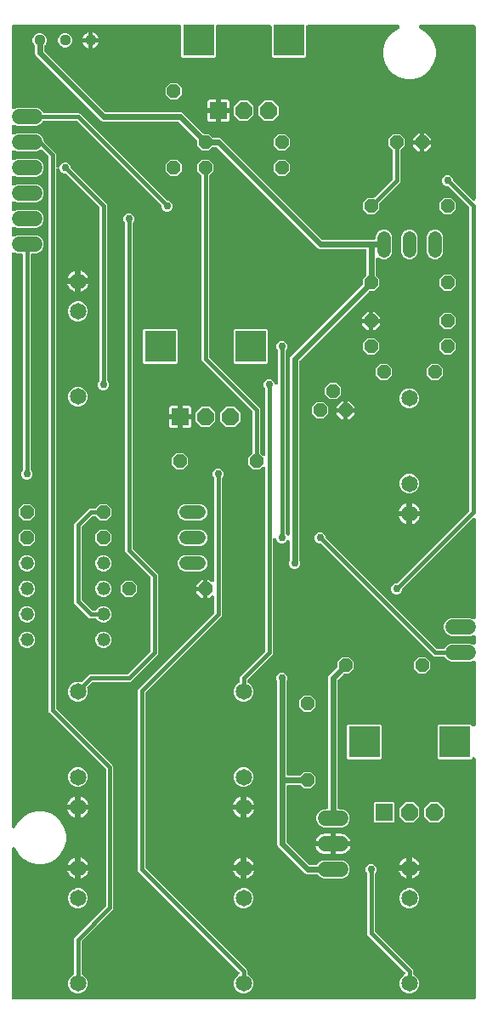
<source format=gbr>
G04 EAGLE Gerber RS-274X export*
G75*
%MOMM*%
%FSLAX34Y34*%
%LPD*%
%INBottom Copper*%
%IPPOS*%
%AMOC8*
5,1,8,0,0,1.08239X$1,22.5*%
G01*
%ADD10C,1.650000*%
%ADD11P,1.429621X8X202.500000*%
%ADD12C,1.320800*%
%ADD13C,1.320800*%
%ADD14R,1.676400X1.676400*%
%ADD15P,1.814519X8X292.500000*%
%ADD16R,3.116000X3.116000*%
%ADD17P,1.429621X8X22.500000*%
%ADD18P,1.429621X8X112.500000*%
%ADD19C,1.117600*%
%ADD20C,1.524000*%
%ADD21C,0.609600*%
%ADD22C,0.756400*%
%ADD23C,0.406400*%

G36*
X470426Y10163D02*
X470426Y10163D01*
X470444Y10161D01*
X470626Y10182D01*
X470809Y10201D01*
X470826Y10206D01*
X470843Y10208D01*
X471018Y10265D01*
X471194Y10319D01*
X471209Y10327D01*
X471226Y10333D01*
X471386Y10423D01*
X471548Y10511D01*
X471561Y10522D01*
X471577Y10531D01*
X471716Y10651D01*
X471857Y10768D01*
X471868Y10782D01*
X471882Y10794D01*
X471994Y10939D01*
X472109Y11082D01*
X472117Y11098D01*
X472128Y11112D01*
X472210Y11277D01*
X472295Y11439D01*
X472300Y11456D01*
X472308Y11472D01*
X472355Y11651D01*
X472406Y11826D01*
X472408Y11844D01*
X472412Y11861D01*
X472439Y12192D01*
X472439Y249519D01*
X472438Y249528D01*
X472439Y249537D01*
X472418Y249729D01*
X472399Y249920D01*
X472397Y249928D01*
X472396Y249937D01*
X472338Y250119D01*
X472281Y250305D01*
X472277Y250313D01*
X472274Y250321D01*
X472181Y250489D01*
X472089Y250659D01*
X472084Y250665D01*
X472079Y250673D01*
X471954Y250821D01*
X471832Y250968D01*
X471825Y250973D01*
X471819Y250980D01*
X471667Y251100D01*
X471518Y251220D01*
X471510Y251224D01*
X471503Y251230D01*
X471331Y251317D01*
X471161Y251406D01*
X471152Y251408D01*
X471144Y251412D01*
X470958Y251464D01*
X470774Y251517D01*
X470765Y251518D01*
X470756Y251520D01*
X470564Y251534D01*
X470372Y251550D01*
X470364Y251549D01*
X470355Y251550D01*
X470162Y251525D01*
X469973Y251503D01*
X469964Y251500D01*
X469955Y251499D01*
X469772Y251438D01*
X469590Y251378D01*
X469582Y251374D01*
X469574Y251371D01*
X469408Y251276D01*
X469239Y251180D01*
X469232Y251175D01*
X469225Y251170D01*
X468972Y250955D01*
X467612Y249595D01*
X435188Y249595D01*
X434295Y250488D01*
X434295Y282912D01*
X435188Y283805D01*
X467612Y283805D01*
X468972Y282445D01*
X468979Y282439D01*
X468984Y282432D01*
X469134Y282312D01*
X469283Y282190D01*
X469291Y282185D01*
X469298Y282180D01*
X469468Y282091D01*
X469639Y282001D01*
X469648Y281998D01*
X469655Y281994D01*
X469840Y281941D01*
X470025Y281886D01*
X470034Y281885D01*
X470042Y281883D01*
X470233Y281867D01*
X470426Y281850D01*
X470435Y281851D01*
X470444Y281850D01*
X470633Y281872D01*
X470826Y281893D01*
X470835Y281896D01*
X470843Y281897D01*
X471025Y281956D01*
X471210Y282015D01*
X471218Y282019D01*
X471226Y282022D01*
X471393Y282116D01*
X471562Y282209D01*
X471569Y282215D01*
X471577Y282220D01*
X471722Y282345D01*
X471869Y282470D01*
X471875Y282477D01*
X471882Y282483D01*
X471998Y282633D01*
X472119Y282786D01*
X472123Y282794D01*
X472128Y282801D01*
X472214Y282972D01*
X472301Y283145D01*
X472304Y283153D01*
X472308Y283161D01*
X472358Y283347D01*
X472409Y283533D01*
X472410Y283542D01*
X472412Y283550D01*
X472439Y283881D01*
X472439Y345818D01*
X472438Y345831D01*
X472439Y345845D01*
X472418Y346031D01*
X472399Y346218D01*
X472395Y346231D01*
X472394Y346245D01*
X472336Y346424D01*
X472281Y346603D01*
X472275Y346615D01*
X472271Y346628D01*
X472179Y346793D01*
X472089Y346957D01*
X472081Y346968D01*
X472074Y346979D01*
X471952Y347123D01*
X471832Y347267D01*
X471821Y347275D01*
X471813Y347285D01*
X471664Y347402D01*
X471518Y347519D01*
X471506Y347525D01*
X471496Y347533D01*
X471326Y347618D01*
X471161Y347705D01*
X471148Y347708D01*
X471136Y347714D01*
X470953Y347764D01*
X470774Y347816D01*
X470760Y347817D01*
X470747Y347821D01*
X470559Y347833D01*
X470372Y347849D01*
X470359Y347847D01*
X470346Y347848D01*
X470158Y347824D01*
X469973Y347802D01*
X469960Y347798D01*
X469947Y347796D01*
X469631Y347694D01*
X466639Y346455D01*
X447761Y346455D01*
X444400Y347847D01*
X441827Y350420D01*
X441674Y350789D01*
X441664Y350809D01*
X441657Y350830D01*
X441569Y350986D01*
X441484Y351144D01*
X441470Y351161D01*
X441459Y351181D01*
X441342Y351317D01*
X441228Y351455D01*
X441211Y351469D01*
X441196Y351486D01*
X441055Y351595D01*
X440915Y351708D01*
X440895Y351719D01*
X440878Y351732D01*
X440718Y351812D01*
X440559Y351895D01*
X440537Y351902D01*
X440517Y351912D01*
X440344Y351958D01*
X440172Y352008D01*
X440150Y352010D01*
X440129Y352016D01*
X439798Y352043D01*
X430327Y352043D01*
X427648Y354722D01*
X318372Y463998D01*
X318351Y464015D01*
X318334Y464036D01*
X318196Y464143D01*
X318060Y464253D01*
X318037Y464266D01*
X318015Y464282D01*
X317858Y464360D01*
X317704Y464442D01*
X317679Y464450D01*
X317655Y464462D01*
X317485Y464507D01*
X317319Y464557D01*
X317292Y464559D01*
X317266Y464566D01*
X316935Y464593D01*
X316444Y464593D01*
X314494Y465401D01*
X313001Y466894D01*
X312193Y468844D01*
X312193Y470956D01*
X313001Y472906D01*
X314494Y474399D01*
X316444Y475207D01*
X318556Y475207D01*
X320506Y474399D01*
X321999Y472906D01*
X322807Y470956D01*
X322807Y470465D01*
X322809Y470438D01*
X322807Y470411D01*
X322829Y470237D01*
X322847Y470064D01*
X322854Y470038D01*
X322858Y470012D01*
X322913Y469846D01*
X322965Y469679D01*
X322978Y469655D01*
X322986Y469630D01*
X323073Y469479D01*
X323157Y469325D01*
X323174Y469305D01*
X323187Y469281D01*
X323402Y469028D01*
X432678Y359752D01*
X432699Y359735D01*
X432717Y359714D01*
X432854Y359607D01*
X432990Y359497D01*
X433013Y359484D01*
X433035Y359468D01*
X433192Y359390D01*
X433346Y359308D01*
X433371Y359300D01*
X433395Y359288D01*
X433565Y359243D01*
X433731Y359193D01*
X433758Y359191D01*
X433784Y359184D01*
X434115Y359157D01*
X439798Y359157D01*
X439820Y359159D01*
X439842Y359157D01*
X440020Y359179D01*
X440198Y359197D01*
X440220Y359203D01*
X440242Y359206D01*
X440412Y359262D01*
X440583Y359315D01*
X440603Y359325D01*
X440624Y359332D01*
X440780Y359421D01*
X440937Y359507D01*
X440955Y359521D01*
X440974Y359532D01*
X441109Y359650D01*
X441247Y359764D01*
X441261Y359782D01*
X441277Y359796D01*
X441387Y359939D01*
X441499Y360078D01*
X441509Y360098D01*
X441523Y360116D01*
X441674Y360411D01*
X441827Y360780D01*
X444400Y363353D01*
X447761Y364745D01*
X466639Y364745D01*
X469631Y363506D01*
X469644Y363502D01*
X469655Y363495D01*
X469835Y363444D01*
X470016Y363389D01*
X470029Y363388D01*
X470042Y363384D01*
X470230Y363369D01*
X470417Y363351D01*
X470430Y363352D01*
X470444Y363351D01*
X470630Y363373D01*
X470817Y363393D01*
X470830Y363397D01*
X470843Y363398D01*
X471022Y363456D01*
X471202Y363512D01*
X471213Y363519D01*
X471226Y363523D01*
X471390Y363615D01*
X471555Y363706D01*
X471565Y363714D01*
X471577Y363721D01*
X471719Y363843D01*
X471863Y363965D01*
X471871Y363975D01*
X471882Y363984D01*
X471996Y364132D01*
X472114Y364280D01*
X472120Y364292D01*
X472128Y364302D01*
X472212Y364470D01*
X472298Y364638D01*
X472302Y364651D01*
X472308Y364663D01*
X472357Y364845D01*
X472408Y365025D01*
X472409Y365038D01*
X472412Y365051D01*
X472439Y365382D01*
X472439Y371218D01*
X472438Y371231D01*
X472439Y371245D01*
X472418Y371431D01*
X472399Y371618D01*
X472395Y371631D01*
X472394Y371645D01*
X472336Y371824D01*
X472281Y372003D01*
X472275Y372015D01*
X472271Y372028D01*
X472179Y372193D01*
X472089Y372357D01*
X472081Y372368D01*
X472074Y372379D01*
X471952Y372523D01*
X471832Y372667D01*
X471821Y372675D01*
X471813Y372685D01*
X471664Y372802D01*
X471518Y372919D01*
X471506Y372925D01*
X471496Y372933D01*
X471326Y373018D01*
X471161Y373105D01*
X471148Y373108D01*
X471136Y373114D01*
X470953Y373164D01*
X470774Y373216D01*
X470760Y373217D01*
X470747Y373221D01*
X470559Y373233D01*
X470372Y373249D01*
X470359Y373247D01*
X470346Y373248D01*
X470158Y373224D01*
X469973Y373202D01*
X469960Y373198D01*
X469947Y373196D01*
X469631Y373094D01*
X466639Y371855D01*
X447761Y371855D01*
X444400Y373247D01*
X441827Y375820D01*
X440435Y379181D01*
X440435Y382819D01*
X441827Y386180D01*
X444400Y388753D01*
X447761Y390145D01*
X466639Y390145D01*
X469631Y388906D01*
X469644Y388902D01*
X469655Y388895D01*
X469835Y388844D01*
X470016Y388789D01*
X470029Y388788D01*
X470042Y388784D01*
X470230Y388769D01*
X470417Y388751D01*
X470430Y388752D01*
X470444Y388751D01*
X470630Y388773D01*
X470817Y388793D01*
X470830Y388797D01*
X470843Y388798D01*
X471022Y388856D01*
X471202Y388912D01*
X471213Y388919D01*
X471226Y388923D01*
X471390Y389015D01*
X471555Y389106D01*
X471565Y389114D01*
X471577Y389121D01*
X471719Y389243D01*
X471863Y389365D01*
X471871Y389375D01*
X471882Y389384D01*
X471996Y389532D01*
X472114Y389680D01*
X472120Y389692D01*
X472128Y389702D01*
X472212Y389870D01*
X472298Y390038D01*
X472302Y390051D01*
X472308Y390063D01*
X472357Y390245D01*
X472408Y390425D01*
X472409Y390438D01*
X472412Y390451D01*
X472439Y390782D01*
X472439Y487905D01*
X472438Y487914D01*
X472439Y487923D01*
X472418Y488117D01*
X472399Y488306D01*
X472397Y488314D01*
X472396Y488323D01*
X472337Y488508D01*
X472281Y488691D01*
X472277Y488699D01*
X472274Y488707D01*
X472181Y488876D01*
X472089Y489045D01*
X472084Y489052D01*
X472079Y489060D01*
X471955Y489207D01*
X471832Y489354D01*
X471825Y489360D01*
X471819Y489367D01*
X471667Y489486D01*
X471518Y489607D01*
X471510Y489611D01*
X471503Y489616D01*
X471330Y489704D01*
X471161Y489792D01*
X471152Y489795D01*
X471144Y489799D01*
X470958Y489851D01*
X470774Y489903D01*
X470765Y489904D01*
X470756Y489907D01*
X470563Y489921D01*
X470372Y489936D01*
X470364Y489935D01*
X470355Y489936D01*
X470162Y489912D01*
X469973Y489889D01*
X469964Y489887D01*
X469955Y489886D01*
X469773Y489824D01*
X469590Y489765D01*
X469582Y489760D01*
X469574Y489757D01*
X469407Y489661D01*
X469239Y489567D01*
X469232Y489561D01*
X469225Y489556D01*
X468972Y489342D01*
X399602Y419972D01*
X399585Y419951D01*
X399564Y419933D01*
X399457Y419796D01*
X399347Y419660D01*
X399334Y419637D01*
X399318Y419615D01*
X399240Y419458D01*
X399158Y419304D01*
X399150Y419279D01*
X399138Y419255D01*
X399093Y419085D01*
X399043Y418919D01*
X399041Y418892D01*
X399034Y418866D01*
X399007Y418535D01*
X399007Y418044D01*
X398199Y416094D01*
X396706Y414601D01*
X394756Y413793D01*
X392644Y413793D01*
X390694Y414601D01*
X389201Y416094D01*
X388393Y418044D01*
X388393Y420156D01*
X389201Y422106D01*
X390694Y423599D01*
X392644Y424407D01*
X393135Y424407D01*
X393162Y424409D01*
X393189Y424407D01*
X393363Y424429D01*
X393536Y424447D01*
X393561Y424454D01*
X393588Y424458D01*
X393754Y424513D01*
X393921Y424565D01*
X393944Y424578D01*
X393970Y424586D01*
X394121Y424673D01*
X394275Y424757D01*
X394295Y424774D01*
X394319Y424787D01*
X394572Y425002D01*
X465748Y496178D01*
X465765Y496199D01*
X465786Y496217D01*
X465893Y496354D01*
X466003Y496490D01*
X466016Y496513D01*
X466032Y496535D01*
X466110Y496692D01*
X466192Y496846D01*
X466200Y496871D01*
X466212Y496895D01*
X466257Y497065D01*
X466307Y497231D01*
X466309Y497258D01*
X466316Y497284D01*
X466343Y497615D01*
X466343Y797785D01*
X466341Y797812D01*
X466343Y797839D01*
X466321Y798013D01*
X466303Y798186D01*
X466296Y798211D01*
X466292Y798238D01*
X466237Y798404D01*
X466185Y798571D01*
X466172Y798594D01*
X466164Y798620D01*
X466077Y798771D01*
X465993Y798925D01*
X465976Y798945D01*
X465963Y798969D01*
X465748Y799222D01*
X445372Y819598D01*
X445351Y819615D01*
X445334Y819636D01*
X445196Y819743D01*
X445060Y819853D01*
X445037Y819866D01*
X445015Y819882D01*
X444858Y819960D01*
X444704Y820042D01*
X444679Y820050D01*
X444655Y820062D01*
X444485Y820107D01*
X444319Y820157D01*
X444292Y820159D01*
X444266Y820166D01*
X443935Y820193D01*
X443444Y820193D01*
X441494Y821001D01*
X440001Y822494D01*
X439193Y824444D01*
X439193Y826556D01*
X440001Y828506D01*
X441494Y829999D01*
X443444Y830807D01*
X445556Y830807D01*
X447506Y829999D01*
X448999Y828506D01*
X449807Y826556D01*
X449807Y826065D01*
X449809Y826038D01*
X449807Y826011D01*
X449829Y825837D01*
X449847Y825664D01*
X449854Y825638D01*
X449858Y825612D01*
X449913Y825446D01*
X449965Y825279D01*
X449978Y825255D01*
X449986Y825230D01*
X450073Y825078D01*
X450157Y824925D01*
X450174Y824905D01*
X450187Y824881D01*
X450402Y824628D01*
X468972Y806058D01*
X468979Y806053D01*
X468984Y806046D01*
X469134Y805925D01*
X469283Y805803D01*
X469291Y805799D01*
X469298Y805793D01*
X469469Y805705D01*
X469639Y805615D01*
X469647Y805612D01*
X469655Y805608D01*
X469841Y805555D01*
X470025Y805500D01*
X470034Y805499D01*
X470042Y805497D01*
X470234Y805481D01*
X470426Y805463D01*
X470435Y805464D01*
X470444Y805464D01*
X470633Y805486D01*
X470826Y805507D01*
X470835Y805510D01*
X470843Y805511D01*
X471025Y805570D01*
X471210Y805628D01*
X471218Y805633D01*
X471226Y805635D01*
X471395Y805730D01*
X471562Y805823D01*
X471569Y805829D01*
X471577Y805833D01*
X471723Y805959D01*
X471869Y806084D01*
X471875Y806091D01*
X471882Y806096D01*
X471999Y806248D01*
X472119Y806400D01*
X472123Y806408D01*
X472128Y806415D01*
X472214Y806587D01*
X472301Y806758D01*
X472304Y806767D01*
X472308Y806775D01*
X472358Y806962D01*
X472409Y807146D01*
X472410Y807155D01*
X472412Y807164D01*
X472439Y807495D01*
X472439Y978408D01*
X472437Y978426D01*
X472439Y978444D01*
X472418Y978626D01*
X472399Y978809D01*
X472394Y978826D01*
X472392Y978843D01*
X472335Y979018D01*
X472281Y979194D01*
X472273Y979209D01*
X472267Y979226D01*
X472177Y979386D01*
X472089Y979548D01*
X472078Y979561D01*
X472069Y979577D01*
X471949Y979716D01*
X471832Y979857D01*
X471818Y979868D01*
X471806Y979882D01*
X471661Y979994D01*
X471518Y980109D01*
X471502Y980117D01*
X471488Y980128D01*
X471323Y980210D01*
X471161Y980295D01*
X471144Y980300D01*
X471128Y980308D01*
X470949Y980355D01*
X470774Y980406D01*
X470756Y980408D01*
X470739Y980412D01*
X470408Y980439D01*
X417914Y980439D01*
X417841Y980432D01*
X417768Y980434D01*
X417641Y980412D01*
X417513Y980399D01*
X417443Y980378D01*
X417371Y980365D01*
X417251Y980319D01*
X417128Y980281D01*
X417064Y980246D01*
X416996Y980220D01*
X416887Y980151D01*
X416774Y980089D01*
X416718Y980043D01*
X416656Y980003D01*
X416564Y979914D01*
X416465Y979832D01*
X416419Y979775D01*
X416366Y979724D01*
X416293Y979618D01*
X416213Y979518D01*
X416179Y979453D01*
X416137Y979393D01*
X416086Y979274D01*
X416027Y979161D01*
X416007Y979090D01*
X415978Y979023D01*
X415951Y978897D01*
X415916Y978774D01*
X415910Y978701D01*
X415895Y978629D01*
X415893Y978501D01*
X415883Y978372D01*
X415892Y978300D01*
X415891Y978226D01*
X415915Y978100D01*
X415930Y977973D01*
X415953Y977903D01*
X415966Y977831D01*
X416015Y977712D01*
X416055Y977590D01*
X416091Y977526D01*
X416118Y977458D01*
X416190Y977351D01*
X416253Y977239D01*
X416301Y977184D01*
X416341Y977123D01*
X416432Y977032D01*
X416516Y976935D01*
X416574Y976890D01*
X416625Y976838D01*
X416765Y976741D01*
X416834Y976688D01*
X416863Y976673D01*
X416898Y976649D01*
X422464Y973435D01*
X427335Y968564D01*
X430780Y962598D01*
X432563Y955944D01*
X432563Y949056D01*
X430780Y942402D01*
X427335Y936436D01*
X422464Y931565D01*
X416498Y928120D01*
X409844Y926337D01*
X402956Y926337D01*
X396302Y928120D01*
X390336Y931565D01*
X385465Y936436D01*
X382020Y942402D01*
X380237Y949056D01*
X380237Y955944D01*
X382020Y962598D01*
X385465Y968564D01*
X390336Y973435D01*
X395902Y976649D01*
X395961Y976692D01*
X396026Y976727D01*
X396124Y976809D01*
X396229Y976884D01*
X396279Y976937D01*
X396335Y976984D01*
X396415Y977084D01*
X396503Y977179D01*
X396541Y977241D01*
X396587Y977298D01*
X396646Y977412D01*
X396714Y977522D01*
X396739Y977590D01*
X396773Y977655D01*
X396808Y977779D01*
X396853Y977899D01*
X396864Y977972D01*
X396884Y978042D01*
X396895Y978171D01*
X396914Y978297D01*
X396911Y978370D01*
X396917Y978444D01*
X396902Y978571D01*
X396896Y978700D01*
X396879Y978771D01*
X396870Y978843D01*
X396830Y978966D01*
X396799Y979090D01*
X396768Y979156D01*
X396745Y979226D01*
X396682Y979338D01*
X396627Y979454D01*
X396583Y979513D01*
X396547Y979577D01*
X396463Y979674D01*
X396387Y979777D01*
X396332Y979826D01*
X396284Y979882D01*
X396183Y979960D01*
X396087Y980046D01*
X396024Y980083D01*
X395966Y980128D01*
X395851Y980186D01*
X395740Y980251D01*
X395671Y980275D01*
X395606Y980308D01*
X395481Y980341D01*
X395360Y980383D01*
X395288Y980393D01*
X395217Y980412D01*
X395047Y980426D01*
X394961Y980438D01*
X394928Y980436D01*
X394886Y980439D01*
X305436Y980439D01*
X305418Y980437D01*
X305400Y980439D01*
X305218Y980418D01*
X305035Y980399D01*
X305018Y980394D01*
X305001Y980392D01*
X304826Y980335D01*
X304650Y980281D01*
X304635Y980273D01*
X304618Y980267D01*
X304458Y980177D01*
X304296Y980089D01*
X304283Y980078D01*
X304267Y980069D01*
X304128Y979949D01*
X303987Y979832D01*
X303976Y979818D01*
X303962Y979806D01*
X303850Y979661D01*
X303735Y979518D01*
X303727Y979502D01*
X303716Y979488D01*
X303634Y979323D01*
X303549Y979161D01*
X303544Y979144D01*
X303536Y979128D01*
X303489Y978949D01*
X303438Y978774D01*
X303436Y978756D01*
X303432Y978739D01*
X303405Y978408D01*
X303405Y948988D01*
X302512Y948095D01*
X270088Y948095D01*
X269195Y948988D01*
X269195Y978408D01*
X269193Y978426D01*
X269195Y978444D01*
X269174Y978626D01*
X269155Y978809D01*
X269150Y978826D01*
X269148Y978843D01*
X269091Y979018D01*
X269037Y979194D01*
X269029Y979209D01*
X269023Y979226D01*
X268933Y979386D01*
X268845Y979548D01*
X268834Y979561D01*
X268825Y979577D01*
X268705Y979716D01*
X268588Y979857D01*
X268574Y979868D01*
X268562Y979882D01*
X268417Y979994D01*
X268274Y980109D01*
X268258Y980117D01*
X268244Y980128D01*
X268079Y980210D01*
X267917Y980295D01*
X267900Y980300D01*
X267884Y980308D01*
X267705Y980355D01*
X267530Y980406D01*
X267512Y980408D01*
X267495Y980412D01*
X267164Y980439D01*
X215436Y980439D01*
X215418Y980437D01*
X215400Y980439D01*
X215218Y980418D01*
X215035Y980399D01*
X215018Y980394D01*
X215001Y980392D01*
X214826Y980335D01*
X214650Y980281D01*
X214635Y980273D01*
X214618Y980267D01*
X214458Y980177D01*
X214296Y980089D01*
X214283Y980078D01*
X214267Y980069D01*
X214128Y979949D01*
X213987Y979832D01*
X213976Y979818D01*
X213962Y979806D01*
X213850Y979661D01*
X213735Y979518D01*
X213727Y979502D01*
X213716Y979488D01*
X213634Y979323D01*
X213549Y979161D01*
X213544Y979144D01*
X213536Y979128D01*
X213489Y978949D01*
X213438Y978774D01*
X213436Y978756D01*
X213432Y978739D01*
X213405Y978408D01*
X213405Y948988D01*
X212512Y948095D01*
X180088Y948095D01*
X179195Y948988D01*
X179195Y978408D01*
X179193Y978426D01*
X179195Y978444D01*
X179174Y978626D01*
X179155Y978809D01*
X179150Y978826D01*
X179148Y978843D01*
X179091Y979018D01*
X179037Y979194D01*
X179029Y979209D01*
X179023Y979226D01*
X178933Y979386D01*
X178845Y979548D01*
X178834Y979561D01*
X178825Y979577D01*
X178705Y979716D01*
X178588Y979857D01*
X178574Y979868D01*
X178562Y979882D01*
X178417Y979994D01*
X178274Y980109D01*
X178258Y980117D01*
X178244Y980128D01*
X178079Y980210D01*
X177917Y980295D01*
X177900Y980300D01*
X177884Y980308D01*
X177705Y980355D01*
X177530Y980406D01*
X177512Y980408D01*
X177495Y980412D01*
X177164Y980439D01*
X12192Y980439D01*
X12174Y980437D01*
X12156Y980439D01*
X11974Y980418D01*
X11791Y980399D01*
X11774Y980394D01*
X11757Y980392D01*
X11582Y980335D01*
X11406Y980281D01*
X11391Y980273D01*
X11374Y980267D01*
X11214Y980177D01*
X11052Y980089D01*
X11039Y980078D01*
X11023Y980069D01*
X10884Y979949D01*
X10743Y979832D01*
X10732Y979818D01*
X10718Y979806D01*
X10606Y979661D01*
X10491Y979518D01*
X10483Y979502D01*
X10472Y979488D01*
X10390Y979323D01*
X10305Y979161D01*
X10300Y979144D01*
X10292Y979128D01*
X10245Y978949D01*
X10194Y978774D01*
X10192Y978756D01*
X10188Y978739D01*
X10161Y978408D01*
X10161Y898782D01*
X10162Y898769D01*
X10161Y898755D01*
X10182Y898569D01*
X10201Y898382D01*
X10205Y898369D01*
X10206Y898355D01*
X10264Y898176D01*
X10319Y897997D01*
X10325Y897985D01*
X10329Y897972D01*
X10421Y897807D01*
X10511Y897643D01*
X10519Y897632D01*
X10526Y897621D01*
X10648Y897477D01*
X10768Y897333D01*
X10779Y897325D01*
X10787Y897315D01*
X10936Y897198D01*
X11082Y897081D01*
X11094Y897075D01*
X11104Y897067D01*
X11274Y896982D01*
X11439Y896895D01*
X11452Y896892D01*
X11464Y896886D01*
X11647Y896836D01*
X11826Y896784D01*
X11840Y896783D01*
X11853Y896779D01*
X12041Y896767D01*
X12228Y896751D01*
X12241Y896753D01*
X12254Y896752D01*
X12442Y896776D01*
X12627Y896798D01*
X12640Y896802D01*
X12653Y896804D01*
X12969Y896906D01*
X15961Y898145D01*
X34839Y898145D01*
X38200Y896753D01*
X40773Y894180D01*
X40926Y893811D01*
X40936Y893791D01*
X40943Y893770D01*
X41031Y893614D01*
X41116Y893456D01*
X41130Y893439D01*
X41141Y893419D01*
X41258Y893283D01*
X41372Y893145D01*
X41389Y893131D01*
X41404Y893114D01*
X41545Y893005D01*
X41685Y892892D01*
X41705Y892881D01*
X41722Y892868D01*
X41882Y892788D01*
X42041Y892705D01*
X42063Y892698D01*
X42083Y892688D01*
X42256Y892642D01*
X42428Y892592D01*
X42450Y892590D01*
X42471Y892584D01*
X42802Y892557D01*
X77673Y892557D01*
X164228Y806002D01*
X164249Y805985D01*
X164267Y805964D01*
X164404Y805857D01*
X164540Y805747D01*
X164563Y805734D01*
X164585Y805718D01*
X164742Y805640D01*
X164896Y805558D01*
X164921Y805550D01*
X164945Y805538D01*
X165115Y805493D01*
X165281Y805443D01*
X165308Y805441D01*
X165334Y805434D01*
X165665Y805407D01*
X166156Y805407D01*
X168106Y804599D01*
X169599Y803106D01*
X170407Y801156D01*
X170407Y799044D01*
X169599Y797094D01*
X168106Y795601D01*
X166156Y794793D01*
X164044Y794793D01*
X162094Y795601D01*
X160601Y797094D01*
X159793Y799044D01*
X159793Y799535D01*
X159791Y799562D01*
X159793Y799589D01*
X159771Y799763D01*
X159753Y799936D01*
X159746Y799961D01*
X159742Y799988D01*
X159687Y800154D01*
X159635Y800321D01*
X159622Y800344D01*
X159614Y800370D01*
X159527Y800521D01*
X159443Y800675D01*
X159426Y800695D01*
X159413Y800719D01*
X159198Y800972D01*
X75322Y884848D01*
X75301Y884865D01*
X75283Y884886D01*
X75146Y884993D01*
X75010Y885103D01*
X74987Y885116D01*
X74965Y885132D01*
X74808Y885210D01*
X74654Y885292D01*
X74629Y885300D01*
X74605Y885312D01*
X74435Y885357D01*
X74269Y885407D01*
X74242Y885409D01*
X74216Y885416D01*
X73885Y885443D01*
X42802Y885443D01*
X42780Y885441D01*
X42758Y885443D01*
X42580Y885421D01*
X42402Y885403D01*
X42380Y885397D01*
X42358Y885394D01*
X42188Y885338D01*
X42017Y885285D01*
X41997Y885275D01*
X41976Y885268D01*
X41820Y885179D01*
X41663Y885093D01*
X41645Y885079D01*
X41626Y885068D01*
X41491Y884950D01*
X41353Y884836D01*
X41339Y884818D01*
X41323Y884804D01*
X41213Y884661D01*
X41101Y884522D01*
X41091Y884502D01*
X41077Y884484D01*
X40926Y884189D01*
X40773Y883820D01*
X38200Y881247D01*
X34839Y879855D01*
X15961Y879855D01*
X12969Y881094D01*
X12956Y881098D01*
X12945Y881105D01*
X12765Y881156D01*
X12584Y881211D01*
X12571Y881212D01*
X12558Y881216D01*
X12370Y881231D01*
X12183Y881249D01*
X12170Y881248D01*
X12156Y881249D01*
X11970Y881227D01*
X11783Y881207D01*
X11770Y881203D01*
X11757Y881202D01*
X11578Y881144D01*
X11398Y881088D01*
X11387Y881081D01*
X11374Y881077D01*
X11210Y880985D01*
X11045Y880894D01*
X11035Y880886D01*
X11023Y880879D01*
X10881Y880757D01*
X10737Y880635D01*
X10729Y880625D01*
X10718Y880616D01*
X10604Y880468D01*
X10486Y880320D01*
X10480Y880308D01*
X10472Y880298D01*
X10388Y880130D01*
X10302Y879962D01*
X10298Y879949D01*
X10292Y879937D01*
X10243Y879755D01*
X10192Y879575D01*
X10191Y879562D01*
X10188Y879549D01*
X10161Y879218D01*
X10161Y873382D01*
X10162Y873369D01*
X10161Y873355D01*
X10182Y873169D01*
X10201Y872982D01*
X10205Y872969D01*
X10206Y872955D01*
X10264Y872776D01*
X10319Y872597D01*
X10325Y872585D01*
X10329Y872572D01*
X10421Y872407D01*
X10511Y872243D01*
X10519Y872232D01*
X10526Y872221D01*
X10648Y872077D01*
X10768Y871933D01*
X10779Y871925D01*
X10787Y871915D01*
X10936Y871798D01*
X11082Y871681D01*
X11094Y871675D01*
X11104Y871667D01*
X11274Y871582D01*
X11439Y871495D01*
X11452Y871492D01*
X11464Y871486D01*
X11647Y871436D01*
X11826Y871384D01*
X11840Y871383D01*
X11853Y871379D01*
X12041Y871367D01*
X12228Y871351D01*
X12241Y871353D01*
X12254Y871352D01*
X12442Y871376D01*
X12627Y871398D01*
X12640Y871402D01*
X12653Y871404D01*
X12969Y871506D01*
X15961Y872745D01*
X34839Y872745D01*
X38200Y871353D01*
X40773Y868780D01*
X42165Y865419D01*
X42165Y865407D01*
X42167Y865380D01*
X42165Y865353D01*
X42187Y865179D01*
X42205Y865006D01*
X42212Y864981D01*
X42216Y864954D01*
X42271Y864788D01*
X42323Y864621D01*
X42336Y864598D01*
X42344Y864572D01*
X42431Y864421D01*
X42515Y864267D01*
X42532Y864247D01*
X42545Y864223D01*
X42760Y863970D01*
X54357Y852373D01*
X54357Y840205D01*
X54357Y840201D01*
X54357Y840196D01*
X54377Y840002D01*
X54397Y839804D01*
X54398Y839800D01*
X54398Y839796D01*
X54457Y839608D01*
X54515Y839420D01*
X54517Y839416D01*
X54518Y839411D01*
X54614Y839237D01*
X54707Y839066D01*
X54709Y839062D01*
X54712Y839058D01*
X54840Y838905D01*
X54964Y838756D01*
X54968Y838754D01*
X54971Y838750D01*
X55126Y838627D01*
X55278Y838504D01*
X55282Y838502D01*
X55286Y838499D01*
X55464Y838407D01*
X55635Y838318D01*
X55640Y838317D01*
X55644Y838315D01*
X55837Y838260D01*
X56022Y838207D01*
X56027Y838207D01*
X56031Y838205D01*
X56119Y838199D01*
X55961Y838181D01*
X55957Y838179D01*
X55953Y838179D01*
X55767Y838118D01*
X55578Y838058D01*
X55574Y838055D01*
X55570Y838054D01*
X55398Y837957D01*
X55226Y837861D01*
X55223Y837858D01*
X55219Y837856D01*
X55071Y837728D01*
X54921Y837599D01*
X54918Y837596D01*
X54914Y837593D01*
X54794Y837437D01*
X54672Y837282D01*
X54670Y837278D01*
X54668Y837275D01*
X54580Y837099D01*
X54492Y836923D01*
X54490Y836918D01*
X54488Y836914D01*
X54437Y836721D01*
X54385Y836534D01*
X54385Y836530D01*
X54384Y836526D01*
X54357Y836195D01*
X54357Y300765D01*
X54359Y300738D01*
X54357Y300711D01*
X54379Y300537D01*
X54397Y300364D01*
X54404Y300339D01*
X54408Y300312D01*
X54463Y300146D01*
X54515Y299979D01*
X54528Y299956D01*
X54536Y299930D01*
X54623Y299779D01*
X54707Y299625D01*
X54724Y299605D01*
X54737Y299581D01*
X54952Y299328D01*
X111507Y242773D01*
X111507Y100127D01*
X80352Y68972D01*
X80335Y68951D01*
X80314Y68933D01*
X80207Y68796D01*
X80097Y68660D01*
X80084Y68637D01*
X80068Y68615D01*
X79990Y68458D01*
X79908Y68304D01*
X79900Y68279D01*
X79888Y68255D01*
X79843Y68085D01*
X79793Y67919D01*
X79791Y67892D01*
X79784Y67866D01*
X79757Y67535D01*
X79757Y36664D01*
X79759Y36642D01*
X79757Y36620D01*
X79779Y36442D01*
X79797Y36263D01*
X79803Y36242D01*
X79806Y36220D01*
X79862Y36050D01*
X79915Y35879D01*
X79925Y35859D01*
X79932Y35838D01*
X80021Y35682D01*
X80107Y35525D01*
X80121Y35507D01*
X80132Y35488D01*
X80249Y35353D01*
X80364Y35215D01*
X80382Y35201D01*
X80396Y35184D01*
X80538Y35075D01*
X80678Y34963D01*
X80698Y34953D01*
X80716Y34939D01*
X81011Y34787D01*
X81737Y34487D01*
X84487Y31737D01*
X85975Y28144D01*
X85975Y24256D01*
X84487Y20663D01*
X81737Y17913D01*
X78144Y16425D01*
X74256Y16425D01*
X70663Y17913D01*
X67913Y20663D01*
X66425Y24256D01*
X66425Y28144D01*
X67913Y31737D01*
X70663Y34487D01*
X71389Y34787D01*
X71409Y34798D01*
X71430Y34805D01*
X71586Y34893D01*
X71744Y34978D01*
X71761Y34992D01*
X71781Y35003D01*
X71916Y35120D01*
X72055Y35234D01*
X72069Y35251D01*
X72086Y35266D01*
X72195Y35407D01*
X72308Y35547D01*
X72319Y35566D01*
X72332Y35584D01*
X72412Y35745D01*
X72495Y35903D01*
X72502Y35925D01*
X72512Y35945D01*
X72558Y36118D01*
X72608Y36290D01*
X72610Y36312D01*
X72616Y36333D01*
X72643Y36664D01*
X72643Y71323D01*
X103798Y102478D01*
X103815Y102499D01*
X103836Y102517D01*
X103943Y102654D01*
X104053Y102790D01*
X104066Y102813D01*
X104082Y102835D01*
X104160Y102992D01*
X104242Y103146D01*
X104250Y103171D01*
X104262Y103195D01*
X104307Y103365D01*
X104357Y103531D01*
X104359Y103558D01*
X104366Y103584D01*
X104393Y103915D01*
X104393Y238985D01*
X104391Y239012D01*
X104393Y239039D01*
X104371Y239213D01*
X104353Y239386D01*
X104346Y239411D01*
X104342Y239438D01*
X104287Y239604D01*
X104235Y239771D01*
X104222Y239794D01*
X104214Y239820D01*
X104127Y239971D01*
X104043Y240125D01*
X104026Y240145D01*
X104013Y240169D01*
X103798Y240422D01*
X47243Y296977D01*
X47243Y848585D01*
X47241Y848612D01*
X47243Y848639D01*
X47221Y848813D01*
X47203Y848986D01*
X47196Y849011D01*
X47192Y849038D01*
X47137Y849204D01*
X47085Y849371D01*
X47072Y849395D01*
X47064Y849420D01*
X46977Y849571D01*
X46893Y849725D01*
X46876Y849745D01*
X46863Y849769D01*
X46648Y850022D01*
X40948Y855722D01*
X40934Y855734D01*
X40922Y855747D01*
X40778Y855861D01*
X40636Y855977D01*
X40620Y855986D01*
X40606Y855997D01*
X40442Y856080D01*
X40280Y856166D01*
X40263Y856171D01*
X40247Y856179D01*
X40070Y856229D01*
X39895Y856281D01*
X39877Y856282D01*
X39860Y856287D01*
X39676Y856301D01*
X39494Y856317D01*
X39476Y856315D01*
X39458Y856317D01*
X39276Y856294D01*
X39093Y856274D01*
X39076Y856268D01*
X39059Y856266D01*
X38885Y856208D01*
X38709Y856152D01*
X38694Y856144D01*
X38677Y856138D01*
X38517Y856046D01*
X38357Y855958D01*
X38344Y855946D01*
X38328Y855937D01*
X38244Y855866D01*
X34839Y854455D01*
X15961Y854455D01*
X12969Y855694D01*
X12956Y855698D01*
X12945Y855705D01*
X12765Y855756D01*
X12584Y855811D01*
X12571Y855812D01*
X12558Y855816D01*
X12370Y855831D01*
X12183Y855849D01*
X12170Y855848D01*
X12156Y855849D01*
X11970Y855827D01*
X11783Y855807D01*
X11770Y855803D01*
X11757Y855802D01*
X11578Y855744D01*
X11398Y855688D01*
X11387Y855681D01*
X11374Y855677D01*
X11210Y855585D01*
X11045Y855494D01*
X11035Y855486D01*
X11023Y855479D01*
X10881Y855357D01*
X10737Y855235D01*
X10729Y855225D01*
X10718Y855216D01*
X10604Y855068D01*
X10486Y854920D01*
X10480Y854908D01*
X10472Y854898D01*
X10388Y854730D01*
X10302Y854562D01*
X10298Y854549D01*
X10292Y854537D01*
X10243Y854354D01*
X10192Y854175D01*
X10191Y854162D01*
X10188Y854149D01*
X10161Y853818D01*
X10161Y847982D01*
X10162Y847969D01*
X10161Y847955D01*
X10182Y847769D01*
X10201Y847582D01*
X10205Y847569D01*
X10206Y847555D01*
X10264Y847376D01*
X10319Y847197D01*
X10325Y847185D01*
X10329Y847172D01*
X10421Y847007D01*
X10511Y846843D01*
X10519Y846832D01*
X10526Y846821D01*
X10648Y846677D01*
X10768Y846533D01*
X10779Y846525D01*
X10787Y846515D01*
X10936Y846398D01*
X11082Y846281D01*
X11094Y846275D01*
X11104Y846267D01*
X11274Y846182D01*
X11439Y846095D01*
X11452Y846092D01*
X11464Y846086D01*
X11647Y846036D01*
X11826Y845984D01*
X11840Y845983D01*
X11853Y845979D01*
X12041Y845967D01*
X12228Y845951D01*
X12241Y845953D01*
X12254Y845952D01*
X12442Y845976D01*
X12627Y845998D01*
X12640Y846002D01*
X12653Y846004D01*
X12969Y846106D01*
X15961Y847345D01*
X34839Y847345D01*
X38200Y845953D01*
X40773Y843380D01*
X42165Y840019D01*
X42165Y836381D01*
X40773Y833020D01*
X38200Y830447D01*
X34839Y829055D01*
X15961Y829055D01*
X12969Y830294D01*
X12956Y830298D01*
X12945Y830305D01*
X12765Y830356D01*
X12584Y830411D01*
X12571Y830412D01*
X12558Y830416D01*
X12370Y830431D01*
X12183Y830449D01*
X12170Y830448D01*
X12156Y830449D01*
X11970Y830427D01*
X11783Y830407D01*
X11770Y830403D01*
X11757Y830402D01*
X11578Y830344D01*
X11398Y830288D01*
X11387Y830281D01*
X11374Y830277D01*
X11210Y830185D01*
X11045Y830094D01*
X11035Y830086D01*
X11023Y830079D01*
X10881Y829957D01*
X10737Y829835D01*
X10729Y829825D01*
X10718Y829816D01*
X10604Y829668D01*
X10486Y829520D01*
X10480Y829508D01*
X10472Y829498D01*
X10388Y829330D01*
X10302Y829162D01*
X10298Y829149D01*
X10292Y829137D01*
X10243Y828955D01*
X10192Y828775D01*
X10191Y828762D01*
X10188Y828749D01*
X10161Y828418D01*
X10161Y822582D01*
X10162Y822569D01*
X10161Y822555D01*
X10182Y822369D01*
X10201Y822182D01*
X10205Y822169D01*
X10206Y822155D01*
X10264Y821976D01*
X10319Y821797D01*
X10325Y821785D01*
X10329Y821772D01*
X10421Y821607D01*
X10511Y821443D01*
X10519Y821432D01*
X10526Y821421D01*
X10648Y821277D01*
X10768Y821133D01*
X10779Y821125D01*
X10787Y821115D01*
X10936Y820998D01*
X11082Y820881D01*
X11094Y820875D01*
X11104Y820867D01*
X11274Y820782D01*
X11439Y820695D01*
X11452Y820692D01*
X11464Y820686D01*
X11647Y820636D01*
X11826Y820584D01*
X11840Y820583D01*
X11853Y820579D01*
X12041Y820567D01*
X12228Y820551D01*
X12241Y820553D01*
X12254Y820552D01*
X12442Y820576D01*
X12627Y820598D01*
X12640Y820602D01*
X12653Y820604D01*
X12969Y820706D01*
X15961Y821945D01*
X34839Y821945D01*
X38200Y820553D01*
X40773Y817980D01*
X42165Y814619D01*
X42165Y810981D01*
X40773Y807620D01*
X38200Y805047D01*
X36206Y804221D01*
X34839Y803655D01*
X15961Y803655D01*
X12969Y804894D01*
X12956Y804898D01*
X12945Y804905D01*
X12765Y804956D01*
X12584Y805011D01*
X12571Y805012D01*
X12558Y805016D01*
X12370Y805031D01*
X12183Y805049D01*
X12170Y805048D01*
X12156Y805049D01*
X11970Y805027D01*
X11783Y805007D01*
X11770Y805003D01*
X11757Y805002D01*
X11578Y804944D01*
X11398Y804888D01*
X11387Y804881D01*
X11374Y804877D01*
X11210Y804785D01*
X11045Y804694D01*
X11035Y804686D01*
X11023Y804679D01*
X10881Y804557D01*
X10737Y804435D01*
X10729Y804425D01*
X10718Y804416D01*
X10604Y804268D01*
X10486Y804120D01*
X10480Y804108D01*
X10472Y804098D01*
X10388Y803930D01*
X10302Y803762D01*
X10298Y803749D01*
X10292Y803737D01*
X10243Y803554D01*
X10192Y803375D01*
X10191Y803362D01*
X10188Y803349D01*
X10161Y803018D01*
X10161Y797182D01*
X10162Y797169D01*
X10161Y797155D01*
X10182Y796969D01*
X10201Y796782D01*
X10205Y796769D01*
X10206Y796755D01*
X10264Y796576D01*
X10319Y796397D01*
X10325Y796385D01*
X10329Y796372D01*
X10421Y796207D01*
X10511Y796043D01*
X10519Y796032D01*
X10526Y796021D01*
X10648Y795877D01*
X10768Y795733D01*
X10779Y795725D01*
X10787Y795715D01*
X10936Y795598D01*
X11082Y795481D01*
X11094Y795475D01*
X11104Y795467D01*
X11274Y795382D01*
X11439Y795295D01*
X11452Y795292D01*
X11464Y795286D01*
X11647Y795236D01*
X11826Y795184D01*
X11840Y795183D01*
X11853Y795179D01*
X12041Y795167D01*
X12228Y795151D01*
X12241Y795153D01*
X12254Y795152D01*
X12442Y795176D01*
X12627Y795198D01*
X12640Y795202D01*
X12653Y795204D01*
X12969Y795306D01*
X15961Y796545D01*
X34839Y796545D01*
X38200Y795153D01*
X40773Y792580D01*
X42165Y789219D01*
X42165Y785581D01*
X40773Y782220D01*
X38200Y779647D01*
X34839Y778255D01*
X15961Y778255D01*
X12969Y779494D01*
X12956Y779498D01*
X12945Y779505D01*
X12765Y779556D01*
X12584Y779611D01*
X12571Y779612D01*
X12558Y779616D01*
X12370Y779631D01*
X12183Y779649D01*
X12170Y779648D01*
X12156Y779649D01*
X11970Y779627D01*
X11783Y779607D01*
X11770Y779603D01*
X11757Y779602D01*
X11578Y779544D01*
X11398Y779488D01*
X11387Y779481D01*
X11374Y779477D01*
X11210Y779385D01*
X11045Y779294D01*
X11035Y779286D01*
X11023Y779279D01*
X10881Y779157D01*
X10737Y779035D01*
X10729Y779025D01*
X10718Y779016D01*
X10604Y778868D01*
X10486Y778720D01*
X10480Y778708D01*
X10472Y778698D01*
X10388Y778530D01*
X10302Y778362D01*
X10298Y778349D01*
X10292Y778337D01*
X10243Y778155D01*
X10192Y777975D01*
X10191Y777962D01*
X10188Y777949D01*
X10161Y777618D01*
X10161Y771782D01*
X10162Y771769D01*
X10161Y771755D01*
X10182Y771569D01*
X10201Y771382D01*
X10205Y771369D01*
X10206Y771355D01*
X10264Y771176D01*
X10319Y770997D01*
X10325Y770985D01*
X10329Y770972D01*
X10421Y770807D01*
X10511Y770643D01*
X10519Y770632D01*
X10526Y770621D01*
X10648Y770477D01*
X10768Y770333D01*
X10779Y770325D01*
X10787Y770315D01*
X10936Y770198D01*
X11082Y770081D01*
X11094Y770075D01*
X11104Y770067D01*
X11274Y769982D01*
X11439Y769895D01*
X11452Y769892D01*
X11464Y769886D01*
X11647Y769836D01*
X11826Y769784D01*
X11840Y769783D01*
X11853Y769779D01*
X12041Y769767D01*
X12228Y769751D01*
X12241Y769753D01*
X12254Y769752D01*
X12442Y769776D01*
X12627Y769798D01*
X12640Y769802D01*
X12653Y769804D01*
X12969Y769906D01*
X15961Y771145D01*
X34839Y771145D01*
X38200Y769753D01*
X40773Y767180D01*
X42165Y763819D01*
X42165Y760181D01*
X40773Y756820D01*
X38200Y754247D01*
X34839Y752855D01*
X30988Y752855D01*
X30970Y752853D01*
X30952Y752855D01*
X30770Y752834D01*
X30587Y752815D01*
X30570Y752810D01*
X30553Y752808D01*
X30378Y752751D01*
X30202Y752697D01*
X30187Y752689D01*
X30170Y752683D01*
X30010Y752593D01*
X29848Y752505D01*
X29835Y752494D01*
X29819Y752485D01*
X29680Y752365D01*
X29539Y752248D01*
X29528Y752234D01*
X29514Y752222D01*
X29402Y752077D01*
X29287Y751934D01*
X29279Y751918D01*
X29268Y751904D01*
X29186Y751739D01*
X29101Y751577D01*
X29096Y751560D01*
X29088Y751544D01*
X29041Y751365D01*
X28990Y751190D01*
X28988Y751172D01*
X28984Y751155D01*
X28957Y750824D01*
X28957Y538190D01*
X28959Y538163D01*
X28957Y538136D01*
X28979Y537962D01*
X28997Y537789D01*
X29004Y537763D01*
X29008Y537737D01*
X29063Y537571D01*
X29115Y537404D01*
X29128Y537380D01*
X29136Y537355D01*
X29223Y537203D01*
X29307Y537050D01*
X29324Y537029D01*
X29337Y537006D01*
X29552Y536753D01*
X29899Y536406D01*
X30707Y534456D01*
X30707Y532344D01*
X29899Y530394D01*
X28406Y528901D01*
X26456Y528093D01*
X24344Y528093D01*
X22394Y528901D01*
X20901Y530394D01*
X20093Y532344D01*
X20093Y534456D01*
X20901Y536406D01*
X21248Y536753D01*
X21265Y536774D01*
X21286Y536791D01*
X21393Y536929D01*
X21503Y537065D01*
X21516Y537088D01*
X21532Y537109D01*
X21610Y537266D01*
X21692Y537420D01*
X21700Y537446D01*
X21712Y537470D01*
X21757Y537639D01*
X21807Y537806D01*
X21809Y537833D01*
X21816Y537859D01*
X21843Y538190D01*
X21843Y750824D01*
X21841Y750842D01*
X21843Y750860D01*
X21822Y751042D01*
X21803Y751225D01*
X21798Y751242D01*
X21796Y751259D01*
X21739Y751434D01*
X21685Y751610D01*
X21677Y751625D01*
X21671Y751642D01*
X21581Y751802D01*
X21493Y751964D01*
X21482Y751977D01*
X21473Y751993D01*
X21353Y752132D01*
X21236Y752273D01*
X21222Y752284D01*
X21210Y752298D01*
X21065Y752410D01*
X20922Y752525D01*
X20906Y752533D01*
X20892Y752544D01*
X20727Y752626D01*
X20565Y752711D01*
X20548Y752716D01*
X20532Y752724D01*
X20353Y752771D01*
X20178Y752822D01*
X20160Y752824D01*
X20143Y752828D01*
X19812Y752855D01*
X15961Y752855D01*
X12969Y754094D01*
X12956Y754098D01*
X12945Y754105D01*
X12765Y754156D01*
X12584Y754211D01*
X12571Y754212D01*
X12558Y754216D01*
X12370Y754231D01*
X12183Y754249D01*
X12170Y754248D01*
X12156Y754249D01*
X11970Y754227D01*
X11783Y754207D01*
X11770Y754203D01*
X11757Y754202D01*
X11578Y754144D01*
X11398Y754088D01*
X11387Y754081D01*
X11374Y754077D01*
X11210Y753985D01*
X11045Y753894D01*
X11035Y753886D01*
X11023Y753879D01*
X10881Y753756D01*
X10737Y753635D01*
X10729Y753625D01*
X10718Y753616D01*
X10604Y753468D01*
X10486Y753320D01*
X10480Y753308D01*
X10472Y753298D01*
X10388Y753130D01*
X10302Y752962D01*
X10298Y752949D01*
X10292Y752937D01*
X10243Y752755D01*
X10192Y752575D01*
X10191Y752562D01*
X10188Y752549D01*
X10161Y752218D01*
X10161Y182964D01*
X10168Y182891D01*
X10166Y182818D01*
X10188Y182691D01*
X10201Y182563D01*
X10222Y182493D01*
X10235Y182421D01*
X10281Y182301D01*
X10319Y182178D01*
X10354Y182114D01*
X10380Y182046D01*
X10449Y181937D01*
X10511Y181824D01*
X10557Y181768D01*
X10597Y181706D01*
X10686Y181614D01*
X10768Y181515D01*
X10825Y181469D01*
X10876Y181416D01*
X10982Y181343D01*
X11082Y181263D01*
X11147Y181229D01*
X11207Y181187D01*
X11326Y181136D01*
X11439Y181077D01*
X11510Y181057D01*
X11577Y181028D01*
X11703Y181001D01*
X11826Y180966D01*
X11899Y180960D01*
X11971Y180945D01*
X12099Y180943D01*
X12228Y180933D01*
X12300Y180942D01*
X12374Y180941D01*
X12500Y180965D01*
X12627Y180980D01*
X12697Y181003D01*
X12769Y181016D01*
X12888Y181065D01*
X13010Y181105D01*
X13074Y181141D01*
X13142Y181168D01*
X13249Y181240D01*
X13361Y181303D01*
X13416Y181351D01*
X13477Y181391D01*
X13568Y181482D01*
X13665Y181566D01*
X13710Y181624D01*
X13762Y181675D01*
X13859Y181815D01*
X13912Y181884D01*
X13927Y181913D01*
X13951Y181948D01*
X17165Y187514D01*
X22036Y192385D01*
X28002Y195830D01*
X34656Y197613D01*
X41544Y197613D01*
X48198Y195830D01*
X54164Y192385D01*
X59035Y187514D01*
X62480Y181548D01*
X64263Y174894D01*
X64263Y168006D01*
X62480Y161352D01*
X59035Y155386D01*
X54164Y150515D01*
X48198Y147070D01*
X41544Y145287D01*
X34656Y145287D01*
X28002Y147070D01*
X22036Y150515D01*
X17165Y155386D01*
X13951Y160952D01*
X13908Y161011D01*
X13873Y161076D01*
X13791Y161174D01*
X13716Y161279D01*
X13663Y161329D01*
X13616Y161385D01*
X13516Y161465D01*
X13421Y161553D01*
X13359Y161591D01*
X13302Y161637D01*
X13188Y161696D01*
X13078Y161764D01*
X13010Y161789D01*
X12945Y161823D01*
X12821Y161858D01*
X12701Y161903D01*
X12628Y161914D01*
X12558Y161934D01*
X12429Y161945D01*
X12303Y161964D01*
X12230Y161961D01*
X12156Y161967D01*
X12029Y161952D01*
X11900Y161946D01*
X11829Y161929D01*
X11757Y161920D01*
X11634Y161880D01*
X11510Y161849D01*
X11444Y161818D01*
X11374Y161795D01*
X11262Y161732D01*
X11146Y161677D01*
X11087Y161633D01*
X11023Y161597D01*
X10926Y161513D01*
X10823Y161437D01*
X10774Y161382D01*
X10718Y161334D01*
X10640Y161233D01*
X10554Y161137D01*
X10517Y161074D01*
X10472Y161016D01*
X10414Y160901D01*
X10349Y160790D01*
X10325Y160721D01*
X10292Y160656D01*
X10259Y160531D01*
X10217Y160410D01*
X10207Y160338D01*
X10188Y160267D01*
X10174Y160097D01*
X10162Y160011D01*
X10164Y159978D01*
X10161Y159936D01*
X10161Y12192D01*
X10163Y12174D01*
X10161Y12156D01*
X10182Y11974D01*
X10201Y11791D01*
X10206Y11774D01*
X10208Y11757D01*
X10265Y11582D01*
X10319Y11406D01*
X10327Y11391D01*
X10333Y11374D01*
X10423Y11214D01*
X10511Y11052D01*
X10522Y11039D01*
X10531Y11023D01*
X10651Y10884D01*
X10768Y10743D01*
X10782Y10732D01*
X10794Y10718D01*
X10939Y10606D01*
X11082Y10491D01*
X11098Y10483D01*
X11112Y10472D01*
X11277Y10390D01*
X11439Y10305D01*
X11456Y10300D01*
X11472Y10292D01*
X11651Y10245D01*
X11826Y10194D01*
X11844Y10192D01*
X11861Y10188D01*
X12192Y10161D01*
X470408Y10161D01*
X470426Y10163D01*
G37*
%LPC*%
G36*
X239356Y306925D02*
X239356Y306925D01*
X235763Y308413D01*
X233013Y311163D01*
X231525Y314756D01*
X231525Y318644D01*
X233013Y322237D01*
X235763Y324987D01*
X236489Y325287D01*
X236509Y325298D01*
X236530Y325305D01*
X236686Y325393D01*
X236844Y325478D01*
X236861Y325492D01*
X236881Y325503D01*
X237016Y325620D01*
X237155Y325734D01*
X237169Y325751D01*
X237186Y325766D01*
X237295Y325907D01*
X237408Y326047D01*
X237419Y326066D01*
X237432Y326084D01*
X237512Y326245D01*
X237595Y326403D01*
X237602Y326425D01*
X237612Y326445D01*
X237658Y326618D01*
X237708Y326790D01*
X237710Y326812D01*
X237716Y326833D01*
X237743Y327164D01*
X237743Y331673D01*
X262548Y356478D01*
X262565Y356499D01*
X262586Y356516D01*
X262693Y356654D01*
X262803Y356790D01*
X262816Y356813D01*
X262832Y356835D01*
X262910Y356992D01*
X262992Y357146D01*
X263000Y357171D01*
X263012Y357195D01*
X263057Y357365D01*
X263107Y357531D01*
X263109Y357558D01*
X263116Y357584D01*
X263143Y357915D01*
X263143Y538844D01*
X263142Y538852D01*
X263143Y538861D01*
X263122Y539053D01*
X263103Y539244D01*
X263101Y539253D01*
X263100Y539262D01*
X263042Y539444D01*
X262985Y539629D01*
X262981Y539637D01*
X262978Y539646D01*
X262885Y539814D01*
X262793Y539983D01*
X262788Y539990D01*
X262783Y539998D01*
X262659Y540145D01*
X262536Y540292D01*
X262529Y540298D01*
X262523Y540305D01*
X262372Y540424D01*
X262222Y540545D01*
X262214Y540549D01*
X262207Y540554D01*
X262034Y540642D01*
X261865Y540730D01*
X261856Y540733D01*
X261848Y540737D01*
X261662Y540789D01*
X261478Y540842D01*
X261469Y540842D01*
X261460Y540845D01*
X261267Y540859D01*
X261076Y540875D01*
X261068Y540874D01*
X261059Y540874D01*
X260866Y540850D01*
X260677Y540828D01*
X260668Y540825D01*
X260659Y540824D01*
X260476Y540762D01*
X260294Y540703D01*
X260286Y540698D01*
X260278Y540696D01*
X260112Y540600D01*
X259943Y540505D01*
X259936Y540499D01*
X259929Y540495D01*
X259676Y540280D01*
X257367Y537971D01*
X250633Y537971D01*
X245871Y542733D01*
X245871Y549467D01*
X249848Y553444D01*
X249865Y553465D01*
X249886Y553482D01*
X249993Y553620D01*
X250103Y553756D01*
X250116Y553779D01*
X250132Y553800D01*
X250210Y553957D01*
X250292Y554111D01*
X250300Y554137D01*
X250312Y554161D01*
X250357Y554330D01*
X250407Y554497D01*
X250409Y554524D01*
X250416Y554550D01*
X250443Y554880D01*
X250443Y594585D01*
X250441Y594612D01*
X250443Y594639D01*
X250421Y594813D01*
X250403Y594986D01*
X250396Y595011D01*
X250392Y595038D01*
X250337Y595204D01*
X250285Y595371D01*
X250272Y595394D01*
X250264Y595420D01*
X250177Y595571D01*
X250093Y595725D01*
X250076Y595745D01*
X250063Y595769D01*
X249848Y596022D01*
X199643Y646227D01*
X199643Y829420D01*
X199641Y829446D01*
X199643Y829473D01*
X199621Y829647D01*
X199603Y829820D01*
X199596Y829846D01*
X199592Y829872D01*
X199537Y830038D01*
X199485Y830205D01*
X199472Y830229D01*
X199464Y830254D01*
X199377Y830406D01*
X199293Y830559D01*
X199276Y830580D01*
X199263Y830603D01*
X199048Y830856D01*
X195071Y834833D01*
X195071Y841567D01*
X199833Y846329D01*
X206567Y846329D01*
X211329Y841567D01*
X211329Y834833D01*
X207352Y830856D01*
X207335Y830835D01*
X207314Y830818D01*
X207207Y830680D01*
X207097Y830544D01*
X207084Y830521D01*
X207068Y830500D01*
X206990Y830343D01*
X206908Y830189D01*
X206900Y830163D01*
X206888Y830139D01*
X206843Y829970D01*
X206793Y829803D01*
X206791Y829776D01*
X206784Y829750D01*
X206757Y829420D01*
X206757Y650015D01*
X206759Y649988D01*
X206757Y649961D01*
X206779Y649787D01*
X206797Y649614D01*
X206804Y649589D01*
X206808Y649562D01*
X206863Y649396D01*
X206915Y649229D01*
X206928Y649206D01*
X206936Y649180D01*
X207023Y649029D01*
X207107Y648875D01*
X207124Y648855D01*
X207137Y648831D01*
X207352Y648578D01*
X257557Y598373D01*
X257557Y554880D01*
X257559Y554854D01*
X257557Y554827D01*
X257579Y554653D01*
X257597Y554480D01*
X257604Y554454D01*
X257608Y554428D01*
X257663Y554262D01*
X257715Y554095D01*
X257728Y554071D01*
X257736Y554046D01*
X257823Y553894D01*
X257907Y553741D01*
X257924Y553720D01*
X257937Y553697D01*
X258152Y553444D01*
X259676Y551920D01*
X259683Y551914D01*
X259688Y551908D01*
X259838Y551787D01*
X259987Y551665D01*
X259995Y551661D01*
X260002Y551655D01*
X260173Y551566D01*
X260343Y551476D01*
X260351Y551474D01*
X260359Y551470D01*
X260545Y551416D01*
X260729Y551362D01*
X260738Y551361D01*
X260746Y551358D01*
X260938Y551343D01*
X261130Y551325D01*
X261139Y551326D01*
X261148Y551325D01*
X261337Y551348D01*
X261530Y551369D01*
X261539Y551371D01*
X261547Y551372D01*
X261729Y551432D01*
X261914Y551490D01*
X261922Y551494D01*
X261930Y551497D01*
X262099Y551592D01*
X262266Y551685D01*
X262273Y551691D01*
X262281Y551695D01*
X262427Y551821D01*
X262573Y551945D01*
X262579Y551952D01*
X262586Y551958D01*
X262703Y552110D01*
X262823Y552261D01*
X262827Y552269D01*
X262832Y552276D01*
X262918Y552448D01*
X263005Y552620D01*
X263008Y552629D01*
X263012Y552637D01*
X263062Y552823D01*
X263113Y553008D01*
X263114Y553017D01*
X263116Y553026D01*
X263143Y553356D01*
X263143Y617510D01*
X263142Y617526D01*
X263143Y617540D01*
X263142Y617551D01*
X263143Y617564D01*
X263121Y617738D01*
X263103Y617911D01*
X263097Y617932D01*
X263096Y617940D01*
X263095Y617945D01*
X263092Y617963D01*
X263037Y618129D01*
X262985Y618296D01*
X262972Y618320D01*
X262964Y618345D01*
X262877Y618497D01*
X262793Y618650D01*
X262776Y618671D01*
X262763Y618694D01*
X262548Y618947D01*
X262201Y619294D01*
X261393Y621244D01*
X261393Y623356D01*
X262201Y625306D01*
X263694Y626799D01*
X265644Y627607D01*
X267756Y627607D01*
X269706Y626799D01*
X271199Y625306D01*
X271935Y623528D01*
X271938Y623524D01*
X271939Y623520D01*
X272032Y623348D01*
X272126Y623173D01*
X272128Y623169D01*
X272131Y623166D01*
X272256Y623015D01*
X272382Y622863D01*
X272385Y622860D01*
X272388Y622856D01*
X272541Y622733D01*
X272695Y622609D01*
X272699Y622607D01*
X272702Y622604D01*
X272875Y622514D01*
X273051Y622422D01*
X273055Y622420D01*
X273059Y622418D01*
X273247Y622364D01*
X273438Y622309D01*
X273442Y622308D01*
X273446Y622307D01*
X273644Y622291D01*
X273839Y622274D01*
X273843Y622275D01*
X273848Y622274D01*
X274042Y622297D01*
X274239Y622319D01*
X274243Y622321D01*
X274247Y622321D01*
X274433Y622382D01*
X274622Y622442D01*
X274626Y622445D01*
X274630Y622446D01*
X274802Y622543D01*
X274974Y622639D01*
X274977Y622642D01*
X274981Y622644D01*
X275129Y622772D01*
X275279Y622901D01*
X275282Y622904D01*
X275286Y622907D01*
X275406Y623062D01*
X275528Y623218D01*
X275530Y623222D01*
X275532Y623225D01*
X275620Y623401D01*
X275708Y623577D01*
X275710Y623582D01*
X275712Y623586D01*
X275763Y623777D01*
X275815Y623966D01*
X275815Y623970D01*
X275816Y623974D01*
X275843Y624305D01*
X275843Y655610D01*
X275841Y655637D01*
X275843Y655664D01*
X275821Y655838D01*
X275803Y656011D01*
X275796Y656037D01*
X275792Y656063D01*
X275737Y656229D01*
X275685Y656396D01*
X275672Y656420D01*
X275664Y656445D01*
X275577Y656597D01*
X275493Y656750D01*
X275476Y656771D01*
X275463Y656794D01*
X275248Y657047D01*
X274901Y657394D01*
X274093Y659344D01*
X274093Y661456D01*
X274901Y663406D01*
X276394Y664899D01*
X278344Y665707D01*
X280456Y665707D01*
X282406Y664899D01*
X283899Y663406D01*
X284707Y661456D01*
X284707Y659344D01*
X283899Y657394D01*
X283552Y657047D01*
X283535Y657026D01*
X283514Y657009D01*
X283407Y656871D01*
X283297Y656735D01*
X283284Y656712D01*
X283268Y656691D01*
X283190Y656534D01*
X283108Y656380D01*
X283100Y656354D01*
X283088Y656330D01*
X283043Y656161D01*
X282993Y655994D01*
X282991Y655967D01*
X282984Y655941D01*
X282957Y655610D01*
X282957Y474690D01*
X282959Y474663D01*
X282957Y474636D01*
X282979Y474463D01*
X282997Y474289D01*
X283004Y474263D01*
X283008Y474237D01*
X283063Y474071D01*
X283115Y473904D01*
X283128Y473880D01*
X283136Y473855D01*
X283223Y473704D01*
X283307Y473550D01*
X283324Y473529D01*
X283337Y473506D01*
X283552Y473253D01*
X284060Y472745D01*
X284067Y472739D01*
X284072Y472733D01*
X284222Y472612D01*
X284371Y472490D01*
X284379Y472486D01*
X284386Y472480D01*
X284556Y472392D01*
X284727Y472301D01*
X284736Y472299D01*
X284743Y472295D01*
X284927Y472242D01*
X285113Y472187D01*
X285122Y472186D01*
X285130Y472183D01*
X285321Y472168D01*
X285514Y472150D01*
X285523Y472151D01*
X285532Y472151D01*
X285721Y472173D01*
X285914Y472194D01*
X285923Y472196D01*
X285931Y472197D01*
X286115Y472257D01*
X286298Y472315D01*
X286306Y472319D01*
X286314Y472322D01*
X286483Y472417D01*
X286650Y472510D01*
X286657Y472516D01*
X286665Y472520D01*
X286810Y472646D01*
X286957Y472770D01*
X286963Y472778D01*
X286970Y472783D01*
X287087Y472934D01*
X287207Y473086D01*
X287211Y473094D01*
X287216Y473101D01*
X287302Y473274D01*
X287389Y473445D01*
X287392Y473454D01*
X287396Y473462D01*
X287446Y473650D01*
X287497Y473833D01*
X287498Y473842D01*
X287500Y473851D01*
X287527Y474181D01*
X287527Y648610D01*
X288223Y650290D01*
X359576Y721643D01*
X359593Y721664D01*
X359614Y721681D01*
X359721Y721819D01*
X359831Y721955D01*
X359844Y721978D01*
X359860Y721999D01*
X359938Y722156D01*
X360020Y722310D01*
X360028Y722336D01*
X360040Y722360D01*
X360085Y722529D01*
X360135Y722696D01*
X360137Y722723D01*
X360144Y722749D01*
X360171Y723079D01*
X360171Y727267D01*
X363132Y730228D01*
X363149Y730249D01*
X363170Y730266D01*
X363277Y730404D01*
X363387Y730540D01*
X363400Y730563D01*
X363416Y730584D01*
X363494Y730741D01*
X363576Y730895D01*
X363584Y730921D01*
X363596Y730945D01*
X363641Y731114D01*
X363691Y731281D01*
X363693Y731308D01*
X363700Y731334D01*
X363727Y731664D01*
X363727Y755396D01*
X363725Y755414D01*
X363727Y755432D01*
X363706Y755614D01*
X363687Y755797D01*
X363682Y755814D01*
X363680Y755831D01*
X363623Y756006D01*
X363569Y756182D01*
X363561Y756197D01*
X363555Y756214D01*
X363465Y756374D01*
X363377Y756536D01*
X363366Y756549D01*
X363357Y756565D01*
X363237Y756704D01*
X363120Y756845D01*
X363106Y756856D01*
X363094Y756870D01*
X362949Y756982D01*
X362806Y757097D01*
X362790Y757105D01*
X362776Y757116D01*
X362611Y757198D01*
X362449Y757283D01*
X362432Y757288D01*
X362416Y757296D01*
X362237Y757343D01*
X362062Y757394D01*
X362044Y757396D01*
X362027Y757400D01*
X361696Y757427D01*
X316590Y757427D01*
X314910Y758123D01*
X214601Y858432D01*
X214580Y858449D01*
X214563Y858470D01*
X214425Y858577D01*
X214289Y858687D01*
X214266Y858700D01*
X214245Y858716D01*
X214088Y858794D01*
X213934Y858876D01*
X213908Y858884D01*
X213884Y858896D01*
X213715Y858941D01*
X213548Y858991D01*
X213521Y858993D01*
X213495Y859000D01*
X213165Y859027D01*
X210964Y859027D01*
X210938Y859025D01*
X210911Y859027D01*
X210737Y859005D01*
X210564Y858987D01*
X210538Y858980D01*
X210512Y858976D01*
X210346Y858920D01*
X210179Y858869D01*
X210155Y858856D01*
X210130Y858848D01*
X209978Y858761D01*
X209825Y858677D01*
X209804Y858660D01*
X209781Y858647D01*
X209528Y858432D01*
X206567Y855471D01*
X199833Y855471D01*
X195071Y860233D01*
X195071Y864421D01*
X195069Y864447D01*
X195071Y864474D01*
X195049Y864648D01*
X195031Y864821D01*
X195024Y864847D01*
X195020Y864873D01*
X194965Y865039D01*
X194913Y865206D01*
X194900Y865230D01*
X194892Y865255D01*
X194805Y865407D01*
X194721Y865560D01*
X194704Y865581D01*
X194691Y865604D01*
X194476Y865857D01*
X176501Y883832D01*
X176480Y883849D01*
X176463Y883870D01*
X176325Y883977D01*
X176189Y884087D01*
X176166Y884100D01*
X176145Y884116D01*
X175988Y884194D01*
X175834Y884276D01*
X175808Y884284D01*
X175784Y884296D01*
X175615Y884341D01*
X175448Y884391D01*
X175421Y884393D01*
X175395Y884400D01*
X175065Y884427D01*
X100690Y884427D01*
X99010Y885123D01*
X34223Y949910D01*
X33527Y951590D01*
X33527Y958872D01*
X33525Y958899D01*
X33527Y958926D01*
X33505Y959100D01*
X33487Y959273D01*
X33480Y959299D01*
X33476Y959325D01*
X33421Y959491D01*
X33369Y959658D01*
X33356Y959682D01*
X33348Y959707D01*
X33261Y959859D01*
X33177Y960012D01*
X33160Y960032D01*
X33147Y960056D01*
X32932Y960309D01*
X32070Y961171D01*
X30987Y963785D01*
X30987Y966615D01*
X32070Y969229D01*
X34071Y971230D01*
X36685Y972313D01*
X39515Y972313D01*
X42129Y971230D01*
X44130Y969229D01*
X45213Y966615D01*
X45213Y963785D01*
X44130Y961171D01*
X43268Y960309D01*
X43251Y960288D01*
X43230Y960271D01*
X43123Y960133D01*
X43013Y959997D01*
X43000Y959974D01*
X42984Y959952D01*
X42906Y959796D01*
X42824Y959642D01*
X42816Y959616D01*
X42804Y959592D01*
X42759Y959423D01*
X42709Y959256D01*
X42707Y959229D01*
X42700Y959203D01*
X42673Y958872D01*
X42673Y955235D01*
X42675Y955209D01*
X42673Y955182D01*
X42695Y955008D01*
X42713Y954835D01*
X42720Y954809D01*
X42724Y954783D01*
X42779Y954617D01*
X42831Y954450D01*
X42844Y954426D01*
X42852Y954401D01*
X42939Y954249D01*
X43023Y954096D01*
X43040Y954075D01*
X43053Y954052D01*
X43268Y953799D01*
X102899Y894168D01*
X102920Y894151D01*
X102937Y894130D01*
X103075Y894023D01*
X103211Y893913D01*
X103234Y893900D01*
X103255Y893884D01*
X103412Y893806D01*
X103566Y893724D01*
X103592Y893716D01*
X103616Y893704D01*
X103785Y893659D01*
X103952Y893609D01*
X103979Y893607D01*
X104005Y893600D01*
X104335Y893573D01*
X178710Y893573D01*
X180390Y892877D01*
X200943Y872324D01*
X200964Y872307D01*
X200981Y872286D01*
X201119Y872179D01*
X201255Y872069D01*
X201278Y872056D01*
X201299Y872040D01*
X201456Y871962D01*
X201610Y871880D01*
X201636Y871872D01*
X201660Y871860D01*
X201829Y871815D01*
X201996Y871765D01*
X202023Y871763D01*
X202049Y871756D01*
X202379Y871729D01*
X206567Y871729D01*
X209528Y868768D01*
X209549Y868751D01*
X209566Y868730D01*
X209704Y868623D01*
X209840Y868513D01*
X209863Y868500D01*
X209884Y868484D01*
X210041Y868406D01*
X210195Y868324D01*
X210221Y868316D01*
X210245Y868304D01*
X210414Y868259D01*
X210581Y868209D01*
X210608Y868207D01*
X210634Y868200D01*
X210964Y868173D01*
X216810Y868173D01*
X218490Y867477D01*
X318799Y767168D01*
X318820Y767151D01*
X318837Y767130D01*
X318975Y767023D01*
X319111Y766913D01*
X319134Y766900D01*
X319155Y766884D01*
X319312Y766806D01*
X319466Y766724D01*
X319492Y766716D01*
X319516Y766704D01*
X319685Y766659D01*
X319852Y766609D01*
X319879Y766607D01*
X319905Y766600D01*
X320235Y766573D01*
X370840Y766573D01*
X370858Y766575D01*
X370876Y766573D01*
X371058Y766594D01*
X371241Y766613D01*
X371258Y766618D01*
X371275Y766620D01*
X371450Y766677D01*
X371626Y766731D01*
X371641Y766739D01*
X371658Y766745D01*
X371818Y766835D01*
X371980Y766923D01*
X371993Y766934D01*
X372009Y766943D01*
X372148Y767063D01*
X372289Y767180D01*
X372300Y767194D01*
X372314Y767206D01*
X372426Y767351D01*
X372541Y767494D01*
X372549Y767510D01*
X372560Y767524D01*
X372642Y767689D01*
X372727Y767851D01*
X372732Y767868D01*
X372740Y767884D01*
X372787Y768063D01*
X372838Y768238D01*
X372840Y768256D01*
X372844Y768273D01*
X372871Y768604D01*
X372871Y770221D01*
X374109Y773209D01*
X376395Y775495D01*
X377855Y776100D01*
X377856Y776100D01*
X379383Y776733D01*
X382617Y776733D01*
X385605Y775495D01*
X387891Y773209D01*
X389129Y770221D01*
X389129Y753779D01*
X387891Y750791D01*
X385605Y748505D01*
X382617Y747267D01*
X379383Y747267D01*
X376396Y748505D01*
X376340Y748560D01*
X376333Y748566D01*
X376328Y748572D01*
X376178Y748692D01*
X376029Y748815D01*
X376021Y748819D01*
X376014Y748825D01*
X375844Y748913D01*
X375673Y749004D01*
X375665Y749006D01*
X375657Y749010D01*
X375471Y749064D01*
X375287Y749118D01*
X375278Y749119D01*
X375270Y749122D01*
X375078Y749137D01*
X374886Y749155D01*
X374877Y749154D01*
X374868Y749155D01*
X374678Y749132D01*
X374486Y749111D01*
X374478Y749109D01*
X374469Y749108D01*
X374286Y749048D01*
X374102Y748990D01*
X374094Y748986D01*
X374086Y748983D01*
X373919Y748888D01*
X373750Y748795D01*
X373743Y748789D01*
X373735Y748785D01*
X373590Y748659D01*
X373443Y748535D01*
X373437Y748528D01*
X373430Y748522D01*
X373313Y748370D01*
X373193Y748219D01*
X373189Y748211D01*
X373184Y748204D01*
X373098Y748032D01*
X373011Y747860D01*
X373008Y747851D01*
X373004Y747843D01*
X372954Y747656D01*
X372903Y747472D01*
X372902Y747463D01*
X372900Y747454D01*
X372873Y747124D01*
X372873Y731664D01*
X372875Y731638D01*
X372873Y731611D01*
X372895Y731437D01*
X372913Y731264D01*
X372920Y731238D01*
X372924Y731212D01*
X372979Y731046D01*
X373031Y730879D01*
X373044Y730855D01*
X373052Y730830D01*
X373139Y730678D01*
X373223Y730525D01*
X373240Y730504D01*
X373253Y730481D01*
X373468Y730228D01*
X376429Y727267D01*
X376429Y720533D01*
X371667Y715771D01*
X367479Y715771D01*
X367453Y715769D01*
X367426Y715771D01*
X367252Y715749D01*
X367079Y715731D01*
X367053Y715724D01*
X367027Y715720D01*
X366861Y715665D01*
X366694Y715613D01*
X366670Y715600D01*
X366645Y715592D01*
X366493Y715505D01*
X366340Y715421D01*
X366319Y715404D01*
X366296Y715391D01*
X366043Y715176D01*
X297268Y646401D01*
X297251Y646380D01*
X297230Y646363D01*
X297123Y646225D01*
X297013Y646089D01*
X297000Y646066D01*
X296984Y646045D01*
X296906Y645888D01*
X296824Y645734D01*
X296816Y645708D01*
X296804Y645684D01*
X296759Y645515D01*
X296709Y645348D01*
X296707Y645321D01*
X296700Y645295D01*
X296673Y644965D01*
X296673Y447732D01*
X296676Y447701D01*
X296674Y447669D01*
X296696Y447500D01*
X296713Y447331D01*
X296722Y447301D01*
X296726Y447270D01*
X296827Y446954D01*
X297407Y445556D01*
X297407Y443444D01*
X296599Y441494D01*
X295106Y440001D01*
X293156Y439193D01*
X291044Y439193D01*
X289094Y440001D01*
X287601Y441494D01*
X286793Y443444D01*
X286793Y445556D01*
X287373Y446954D01*
X287382Y446984D01*
X287396Y447012D01*
X287440Y447177D01*
X287489Y447340D01*
X287492Y447371D01*
X287500Y447401D01*
X287527Y447732D01*
X287527Y465619D01*
X287526Y465627D01*
X287527Y465636D01*
X287506Y465828D01*
X287487Y466019D01*
X287485Y466028D01*
X287484Y466037D01*
X287426Y466218D01*
X287369Y466404D01*
X287365Y466412D01*
X287362Y466420D01*
X287269Y466589D01*
X287177Y466758D01*
X287172Y466765D01*
X287167Y466773D01*
X287042Y466921D01*
X286920Y467067D01*
X286913Y467073D01*
X286907Y467080D01*
X286755Y467200D01*
X286606Y467320D01*
X286598Y467324D01*
X286591Y467329D01*
X286419Y467417D01*
X286249Y467505D01*
X286240Y467508D01*
X286232Y467512D01*
X286046Y467564D01*
X285862Y467617D01*
X285853Y467617D01*
X285844Y467620D01*
X285652Y467634D01*
X285460Y467649D01*
X285452Y467648D01*
X285443Y467649D01*
X285250Y467625D01*
X285061Y467603D01*
X285052Y467600D01*
X285043Y467599D01*
X284860Y467537D01*
X284678Y467478D01*
X284670Y467473D01*
X284662Y467470D01*
X284496Y467375D01*
X284327Y467280D01*
X284320Y467274D01*
X284313Y467270D01*
X284060Y467055D01*
X282406Y465401D01*
X280456Y464593D01*
X278344Y464593D01*
X276394Y465401D01*
X274901Y466894D01*
X274165Y468672D01*
X274162Y468676D01*
X274161Y468680D01*
X274068Y468852D01*
X273974Y469027D01*
X273972Y469031D01*
X273969Y469034D01*
X273844Y469185D01*
X273718Y469337D01*
X273715Y469340D01*
X273712Y469344D01*
X273559Y469467D01*
X273405Y469591D01*
X273401Y469593D01*
X273398Y469596D01*
X273225Y469686D01*
X273049Y469778D01*
X273045Y469780D01*
X273041Y469782D01*
X272853Y469836D01*
X272662Y469891D01*
X272658Y469892D01*
X272654Y469893D01*
X272456Y469909D01*
X272261Y469926D01*
X272257Y469925D01*
X272252Y469926D01*
X272058Y469903D01*
X271861Y469881D01*
X271857Y469879D01*
X271853Y469879D01*
X271667Y469818D01*
X271478Y469758D01*
X271474Y469755D01*
X271470Y469754D01*
X271298Y469657D01*
X271126Y469561D01*
X271123Y469558D01*
X271119Y469556D01*
X270971Y469428D01*
X270821Y469299D01*
X270818Y469296D01*
X270814Y469293D01*
X270694Y469138D01*
X270572Y468982D01*
X270570Y468978D01*
X270568Y468975D01*
X270480Y468799D01*
X270392Y468623D01*
X270390Y468618D01*
X270388Y468614D01*
X270337Y468423D01*
X270285Y468234D01*
X270285Y468230D01*
X270284Y468226D01*
X270257Y467895D01*
X270257Y354127D01*
X267579Y351449D01*
X267578Y351448D01*
X245452Y329322D01*
X245435Y329301D01*
X245414Y329283D01*
X245307Y329146D01*
X245197Y329010D01*
X245184Y328987D01*
X245168Y328965D01*
X245090Y328808D01*
X245008Y328654D01*
X245000Y328629D01*
X244988Y328605D01*
X244943Y328435D01*
X244893Y328269D01*
X244891Y328242D01*
X244884Y328216D01*
X244857Y327885D01*
X244857Y327164D01*
X244859Y327142D01*
X244857Y327120D01*
X244879Y326942D01*
X244897Y326763D01*
X244903Y326742D01*
X244906Y326720D01*
X244962Y326550D01*
X245015Y326379D01*
X245025Y326359D01*
X245032Y326338D01*
X245121Y326182D01*
X245207Y326025D01*
X245221Y326007D01*
X245232Y325988D01*
X245349Y325853D01*
X245464Y325715D01*
X245482Y325701D01*
X245496Y325684D01*
X245638Y325575D01*
X245778Y325463D01*
X245798Y325453D01*
X245816Y325439D01*
X246111Y325287D01*
X246837Y324987D01*
X249587Y322237D01*
X251075Y318644D01*
X251075Y314756D01*
X249587Y311163D01*
X246837Y308413D01*
X243244Y306925D01*
X239356Y306925D01*
G37*
%LPD*%
%LPC*%
G36*
X239356Y16425D02*
X239356Y16425D01*
X235763Y17913D01*
X233013Y20663D01*
X231525Y24256D01*
X231525Y28144D01*
X233013Y31737D01*
X235763Y34487D01*
X235868Y34530D01*
X235880Y34536D01*
X235893Y34540D01*
X236057Y34631D01*
X236223Y34720D01*
X236233Y34729D01*
X236245Y34735D01*
X236388Y34857D01*
X236533Y34977D01*
X236542Y34987D01*
X236552Y34996D01*
X236668Y35143D01*
X236787Y35289D01*
X236793Y35301D01*
X236801Y35312D01*
X236886Y35479D01*
X236974Y35646D01*
X236978Y35659D01*
X236984Y35671D01*
X237034Y35852D01*
X237087Y36032D01*
X237088Y36045D01*
X237092Y36058D01*
X237106Y36248D01*
X237122Y36433D01*
X237120Y36446D01*
X237121Y36460D01*
X237098Y36648D01*
X237077Y36833D01*
X237073Y36846D01*
X237071Y36859D01*
X237011Y37037D01*
X236953Y37217D01*
X236947Y37228D01*
X236943Y37241D01*
X236849Y37404D01*
X236757Y37568D01*
X236748Y37578D01*
X236742Y37590D01*
X236527Y37843D01*
X136143Y138227D01*
X136143Y318973D01*
X211748Y394578D01*
X211765Y394599D01*
X211786Y394617D01*
X211893Y394754D01*
X212003Y394890D01*
X212016Y394913D01*
X212032Y394935D01*
X212110Y395092D01*
X212192Y395246D01*
X212200Y395271D01*
X212212Y395295D01*
X212257Y395465D01*
X212307Y395631D01*
X212309Y395658D01*
X212316Y395684D01*
X212343Y396015D01*
X212343Y410407D01*
X212342Y410416D01*
X212343Y410425D01*
X212322Y410616D01*
X212303Y410807D01*
X212301Y410816D01*
X212300Y410825D01*
X212242Y411007D01*
X212185Y411192D01*
X212181Y411200D01*
X212178Y411209D01*
X212085Y411377D01*
X211993Y411546D01*
X211988Y411553D01*
X211983Y411561D01*
X211859Y411708D01*
X211736Y411856D01*
X211729Y411861D01*
X211723Y411868D01*
X211572Y411987D01*
X211422Y412108D01*
X211414Y412112D01*
X211407Y412118D01*
X211234Y412205D01*
X211065Y412293D01*
X211056Y412296D01*
X211048Y412300D01*
X210862Y412352D01*
X210678Y412405D01*
X210669Y412406D01*
X210660Y412408D01*
X210467Y412422D01*
X210276Y412438D01*
X210268Y412437D01*
X210259Y412437D01*
X210066Y412413D01*
X209877Y412391D01*
X209868Y412388D01*
X209859Y412387D01*
X209676Y412326D01*
X209494Y412266D01*
X209486Y412262D01*
X209478Y412259D01*
X209312Y412163D01*
X209143Y412068D01*
X209136Y412062D01*
X209129Y412058D01*
X208876Y411843D01*
X206988Y409955D01*
X205231Y409955D01*
X205231Y419100D01*
X205231Y428245D01*
X206988Y428245D01*
X208876Y426357D01*
X208883Y426351D01*
X208888Y426344D01*
X209038Y426224D01*
X209187Y426102D01*
X209195Y426098D01*
X209202Y426092D01*
X209372Y426004D01*
X209543Y425913D01*
X209552Y425911D01*
X209559Y425907D01*
X209744Y425853D01*
X209929Y425798D01*
X209938Y425798D01*
X209946Y425795D01*
X210137Y425779D01*
X210330Y425762D01*
X210339Y425763D01*
X210348Y425762D01*
X210537Y425784D01*
X210730Y425805D01*
X210739Y425808D01*
X210747Y425809D01*
X210929Y425869D01*
X211114Y425927D01*
X211122Y425931D01*
X211130Y425934D01*
X211299Y426029D01*
X211466Y426122D01*
X211473Y426127D01*
X211481Y426132D01*
X211627Y426258D01*
X211773Y426382D01*
X211779Y426389D01*
X211786Y426395D01*
X211903Y426546D01*
X212023Y426698D01*
X212027Y426706D01*
X212032Y426713D01*
X212118Y426885D01*
X212205Y427057D01*
X212208Y427066D01*
X212212Y427074D01*
X212262Y427260D01*
X212313Y427445D01*
X212314Y427454D01*
X212316Y427462D01*
X212343Y427793D01*
X212343Y528610D01*
X212341Y528637D01*
X212343Y528664D01*
X212321Y528838D01*
X212303Y529011D01*
X212296Y529037D01*
X212292Y529063D01*
X212237Y529229D01*
X212185Y529396D01*
X212172Y529420D01*
X212164Y529445D01*
X212077Y529597D01*
X211993Y529750D01*
X211976Y529771D01*
X211963Y529794D01*
X211748Y530047D01*
X211401Y530394D01*
X210593Y532344D01*
X210593Y534456D01*
X211401Y536406D01*
X212894Y537899D01*
X214844Y538707D01*
X216956Y538707D01*
X218906Y537899D01*
X220399Y536406D01*
X221207Y534456D01*
X221207Y532344D01*
X220399Y530394D01*
X220052Y530047D01*
X220035Y530026D01*
X220014Y530009D01*
X219907Y529871D01*
X219797Y529735D01*
X219784Y529712D01*
X219768Y529691D01*
X219690Y529534D01*
X219608Y529380D01*
X219600Y529354D01*
X219588Y529330D01*
X219543Y529161D01*
X219493Y528994D01*
X219491Y528967D01*
X219484Y528941D01*
X219457Y528610D01*
X219457Y392227D01*
X143852Y316622D01*
X143835Y316601D01*
X143814Y316583D01*
X143707Y316446D01*
X143597Y316310D01*
X143584Y316287D01*
X143568Y316265D01*
X143490Y316108D01*
X143408Y315954D01*
X143400Y315929D01*
X143388Y315905D01*
X143343Y315735D01*
X143293Y315569D01*
X143291Y315542D01*
X143284Y315516D01*
X143257Y315185D01*
X143257Y142015D01*
X143259Y141988D01*
X143257Y141961D01*
X143279Y141787D01*
X143297Y141614D01*
X143304Y141589D01*
X143308Y141562D01*
X143363Y141396D01*
X143415Y141229D01*
X143428Y141206D01*
X143436Y141180D01*
X143523Y141029D01*
X143607Y140875D01*
X143624Y140855D01*
X143637Y140831D01*
X143852Y140578D01*
X244857Y39573D01*
X244857Y36664D01*
X244859Y36642D01*
X244857Y36620D01*
X244879Y36442D01*
X244897Y36263D01*
X244903Y36242D01*
X244906Y36220D01*
X244962Y36050D01*
X245015Y35879D01*
X245025Y35859D01*
X245032Y35838D01*
X245121Y35682D01*
X245207Y35525D01*
X245221Y35507D01*
X245232Y35488D01*
X245349Y35353D01*
X245464Y35215D01*
X245482Y35201D01*
X245496Y35184D01*
X245638Y35075D01*
X245778Y34963D01*
X245798Y34953D01*
X245816Y34939D01*
X246111Y34787D01*
X246837Y34487D01*
X249587Y31737D01*
X251075Y28144D01*
X251075Y24256D01*
X249587Y20663D01*
X246837Y17913D01*
X243244Y16425D01*
X239356Y16425D01*
G37*
%LPD*%
%LPC*%
G36*
X74256Y306925D02*
X74256Y306925D01*
X70663Y308413D01*
X67913Y311163D01*
X66425Y314756D01*
X66425Y318644D01*
X67913Y322237D01*
X70663Y324987D01*
X74256Y326475D01*
X78144Y326475D01*
X78305Y326408D01*
X78326Y326402D01*
X78346Y326392D01*
X78520Y326343D01*
X78690Y326292D01*
X78712Y326290D01*
X78734Y326284D01*
X78914Y326270D01*
X79091Y326254D01*
X79113Y326256D01*
X79136Y326254D01*
X79314Y326277D01*
X79492Y326295D01*
X79513Y326302D01*
X79535Y326305D01*
X79705Y326362D01*
X79876Y326415D01*
X79895Y326426D01*
X79917Y326433D01*
X80072Y326523D01*
X80229Y326608D01*
X80246Y326623D01*
X80266Y326634D01*
X80519Y326849D01*
X84748Y331078D01*
X87427Y333757D01*
X124685Y333757D01*
X124712Y333759D01*
X124739Y333757D01*
X124913Y333779D01*
X125086Y333797D01*
X125111Y333804D01*
X125138Y333808D01*
X125304Y333863D01*
X125471Y333915D01*
X125494Y333928D01*
X125520Y333936D01*
X125671Y334023D01*
X125825Y334107D01*
X125845Y334124D01*
X125869Y334137D01*
X126122Y334352D01*
X148248Y356478D01*
X148265Y356499D01*
X148286Y356517D01*
X148393Y356654D01*
X148503Y356790D01*
X148516Y356813D01*
X148532Y356835D01*
X148610Y356992D01*
X148692Y357146D01*
X148700Y357171D01*
X148712Y357195D01*
X148757Y357365D01*
X148807Y357531D01*
X148809Y357558D01*
X148816Y357584D01*
X148843Y357915D01*
X148843Y429485D01*
X148841Y429512D01*
X148843Y429539D01*
X148821Y429713D01*
X148803Y429886D01*
X148796Y429911D01*
X148792Y429938D01*
X148737Y430104D01*
X148685Y430271D01*
X148672Y430294D01*
X148664Y430320D01*
X148577Y430471D01*
X148493Y430625D01*
X148476Y430645D01*
X148463Y430669D01*
X148248Y430922D01*
X123443Y455727D01*
X123443Y782610D01*
X123441Y782637D01*
X123443Y782664D01*
X123421Y782838D01*
X123403Y783011D01*
X123396Y783037D01*
X123392Y783063D01*
X123337Y783229D01*
X123285Y783396D01*
X123272Y783420D01*
X123264Y783445D01*
X123177Y783597D01*
X123093Y783750D01*
X123076Y783771D01*
X123063Y783794D01*
X122848Y784047D01*
X122501Y784394D01*
X121693Y786344D01*
X121693Y788456D01*
X122501Y790406D01*
X123994Y791899D01*
X125944Y792707D01*
X128056Y792707D01*
X130006Y791899D01*
X131499Y790406D01*
X132307Y788456D01*
X132307Y786344D01*
X131499Y784394D01*
X131152Y784047D01*
X131135Y784026D01*
X131114Y784009D01*
X131007Y783871D01*
X130897Y783735D01*
X130884Y783712D01*
X130868Y783691D01*
X130790Y783534D01*
X130708Y783380D01*
X130700Y783354D01*
X130688Y783330D01*
X130643Y783161D01*
X130593Y782994D01*
X130591Y782967D01*
X130584Y782941D01*
X130557Y782610D01*
X130557Y459515D01*
X130559Y459488D01*
X130557Y459461D01*
X130579Y459287D01*
X130597Y459114D01*
X130604Y459089D01*
X130608Y459062D01*
X130663Y458896D01*
X130715Y458729D01*
X130728Y458706D01*
X130736Y458680D01*
X130823Y458529D01*
X130907Y458375D01*
X130924Y458355D01*
X130937Y458331D01*
X131152Y458078D01*
X155957Y433273D01*
X155957Y354127D01*
X128473Y326643D01*
X91215Y326643D01*
X91188Y326641D01*
X91161Y326643D01*
X90987Y326621D01*
X90814Y326603D01*
X90789Y326596D01*
X90762Y326592D01*
X90596Y326537D01*
X90429Y326485D01*
X90405Y326472D01*
X90380Y326464D01*
X90229Y326377D01*
X90075Y326293D01*
X90055Y326276D01*
X90031Y326263D01*
X89778Y326048D01*
X85880Y322150D01*
X85866Y322133D01*
X85849Y322118D01*
X85738Y321977D01*
X85625Y321838D01*
X85614Y321819D01*
X85601Y321801D01*
X85520Y321641D01*
X85436Y321483D01*
X85430Y321461D01*
X85420Y321441D01*
X85372Y321268D01*
X85321Y321097D01*
X85319Y321075D01*
X85314Y321053D01*
X85301Y320874D01*
X85285Y320696D01*
X85287Y320674D01*
X85286Y320651D01*
X85309Y320474D01*
X85328Y320296D01*
X85335Y320274D01*
X85338Y320252D01*
X85440Y319936D01*
X85975Y318644D01*
X85975Y314756D01*
X84487Y311163D01*
X81737Y308413D01*
X78144Y306925D01*
X74256Y306925D01*
G37*
%LPD*%
%LPC*%
G36*
X320761Y130555D02*
X320761Y130555D01*
X317400Y131947D01*
X314815Y134532D01*
X314794Y134549D01*
X314777Y134570D01*
X314639Y134677D01*
X314504Y134787D01*
X314480Y134800D01*
X314459Y134816D01*
X314302Y134894D01*
X314148Y134976D01*
X314122Y134984D01*
X314098Y134996D01*
X313929Y135041D01*
X313762Y135091D01*
X313735Y135093D01*
X313709Y135100D01*
X313379Y135127D01*
X303890Y135127D01*
X302210Y135823D01*
X275523Y162510D01*
X274827Y164190D01*
X274827Y326968D01*
X274824Y326999D01*
X274826Y327031D01*
X274804Y327200D01*
X274787Y327369D01*
X274778Y327399D01*
X274774Y327430D01*
X274673Y327746D01*
X274093Y329144D01*
X274093Y331256D01*
X274901Y333206D01*
X276394Y334699D01*
X278344Y335507D01*
X280456Y335507D01*
X282406Y334699D01*
X283899Y333206D01*
X284707Y331256D01*
X284707Y329144D01*
X284127Y327746D01*
X284118Y327716D01*
X284104Y327688D01*
X284060Y327523D01*
X284011Y327360D01*
X284008Y327329D01*
X284000Y327299D01*
X283973Y326968D01*
X283973Y235204D01*
X283975Y235186D01*
X283973Y235168D01*
X283994Y234986D01*
X284013Y234803D01*
X284018Y234786D01*
X284020Y234769D01*
X284077Y234594D01*
X284131Y234418D01*
X284139Y234403D01*
X284145Y234386D01*
X284235Y234226D01*
X284323Y234064D01*
X284334Y234051D01*
X284343Y234035D01*
X284463Y233896D01*
X284580Y233755D01*
X284594Y233744D01*
X284606Y233730D01*
X284751Y233618D01*
X284894Y233503D01*
X284910Y233495D01*
X284924Y233484D01*
X285089Y233402D01*
X285251Y233317D01*
X285268Y233312D01*
X285284Y233304D01*
X285463Y233257D01*
X285638Y233206D01*
X285656Y233204D01*
X285673Y233200D01*
X286004Y233173D01*
X297036Y233173D01*
X297062Y233175D01*
X297089Y233173D01*
X297263Y233195D01*
X297436Y233213D01*
X297462Y233220D01*
X297488Y233224D01*
X297654Y233280D01*
X297821Y233331D01*
X297845Y233344D01*
X297870Y233352D01*
X298022Y233439D01*
X298175Y233523D01*
X298196Y233540D01*
X298219Y233553D01*
X298472Y233768D01*
X301433Y236729D01*
X308167Y236729D01*
X312929Y231967D01*
X312929Y225233D01*
X308167Y220471D01*
X301433Y220471D01*
X298472Y223432D01*
X298451Y223449D01*
X298434Y223470D01*
X298296Y223577D01*
X298160Y223687D01*
X298137Y223700D01*
X298116Y223716D01*
X297959Y223794D01*
X297805Y223876D01*
X297779Y223884D01*
X297755Y223896D01*
X297586Y223941D01*
X297419Y223991D01*
X297392Y223993D01*
X297366Y224000D01*
X297036Y224027D01*
X286004Y224027D01*
X285986Y224025D01*
X285968Y224027D01*
X285786Y224006D01*
X285603Y223987D01*
X285586Y223982D01*
X285569Y223980D01*
X285394Y223923D01*
X285218Y223869D01*
X285203Y223861D01*
X285186Y223855D01*
X285026Y223765D01*
X284864Y223677D01*
X284851Y223666D01*
X284835Y223657D01*
X284696Y223537D01*
X284555Y223420D01*
X284544Y223406D01*
X284530Y223394D01*
X284418Y223249D01*
X284303Y223106D01*
X284295Y223090D01*
X284284Y223076D01*
X284202Y222911D01*
X284117Y222749D01*
X284112Y222732D01*
X284104Y222716D01*
X284057Y222537D01*
X284006Y222362D01*
X284004Y222344D01*
X284000Y222327D01*
X283973Y221996D01*
X283973Y167835D01*
X283975Y167809D01*
X283973Y167782D01*
X283995Y167608D01*
X284013Y167435D01*
X284020Y167409D01*
X284024Y167383D01*
X284079Y167217D01*
X284131Y167050D01*
X284144Y167026D01*
X284152Y167001D01*
X284239Y166849D01*
X284323Y166696D01*
X284340Y166675D01*
X284353Y166652D01*
X284568Y166399D01*
X306099Y144868D01*
X306120Y144851D01*
X306137Y144830D01*
X306275Y144723D01*
X306411Y144613D01*
X306434Y144600D01*
X306455Y144584D01*
X306612Y144506D01*
X306766Y144424D01*
X306792Y144416D01*
X306816Y144404D01*
X306985Y144359D01*
X307152Y144309D01*
X307179Y144307D01*
X307205Y144300D01*
X307535Y144273D01*
X313379Y144273D01*
X313405Y144275D01*
X313432Y144273D01*
X313606Y144295D01*
X313779Y144313D01*
X313805Y144320D01*
X313832Y144324D01*
X313997Y144380D01*
X314164Y144431D01*
X314188Y144444D01*
X314213Y144452D01*
X314364Y144539D01*
X314518Y144623D01*
X314539Y144640D01*
X314562Y144653D01*
X314815Y144868D01*
X317400Y147453D01*
X319793Y148444D01*
X320761Y148845D01*
X339639Y148845D01*
X343000Y147453D01*
X345573Y144880D01*
X346965Y141519D01*
X346965Y137881D01*
X345573Y134520D01*
X343000Y131947D01*
X339639Y130555D01*
X320761Y130555D01*
G37*
%LPD*%
%LPC*%
G36*
X320761Y181355D02*
X320761Y181355D01*
X317400Y182747D01*
X314827Y185320D01*
X313435Y188681D01*
X313435Y192319D01*
X314827Y195680D01*
X317400Y198253D01*
X320761Y199645D01*
X323596Y199645D01*
X323614Y199647D01*
X323632Y199645D01*
X323814Y199666D01*
X323997Y199685D01*
X324014Y199690D01*
X324031Y199692D01*
X324206Y199749D01*
X324382Y199803D01*
X324397Y199811D01*
X324414Y199817D01*
X324574Y199907D01*
X324736Y199995D01*
X324749Y200006D01*
X324765Y200015D01*
X324904Y200135D01*
X325045Y200252D01*
X325056Y200266D01*
X325070Y200278D01*
X325182Y200423D01*
X325297Y200566D01*
X325305Y200582D01*
X325316Y200596D01*
X325398Y200761D01*
X325483Y200923D01*
X325488Y200940D01*
X325496Y200956D01*
X325543Y201134D01*
X325594Y201310D01*
X325596Y201328D01*
X325600Y201345D01*
X325627Y201676D01*
X325627Y331110D01*
X326323Y332790D01*
X334176Y340643D01*
X334193Y340664D01*
X334214Y340681D01*
X334320Y340819D01*
X334431Y340955D01*
X334444Y340978D01*
X334460Y340999D01*
X334538Y341156D01*
X334620Y341310D01*
X334628Y341336D01*
X334640Y341360D01*
X334685Y341529D01*
X334735Y341696D01*
X334737Y341723D01*
X334744Y341749D01*
X334771Y342079D01*
X334771Y346267D01*
X339533Y351029D01*
X346267Y351029D01*
X351029Y346267D01*
X351029Y339533D01*
X346267Y334771D01*
X342079Y334771D01*
X342053Y334769D01*
X342026Y334771D01*
X341852Y334749D01*
X341679Y334731D01*
X341653Y334724D01*
X341627Y334720D01*
X341461Y334665D01*
X341294Y334613D01*
X341270Y334600D01*
X341245Y334592D01*
X341093Y334505D01*
X340940Y334421D01*
X340919Y334404D01*
X340896Y334391D01*
X340643Y334176D01*
X335368Y328901D01*
X335351Y328880D01*
X335330Y328863D01*
X335223Y328725D01*
X335113Y328589D01*
X335100Y328566D01*
X335084Y328545D01*
X335006Y328388D01*
X334924Y328234D01*
X334916Y328208D01*
X334904Y328184D01*
X334859Y328015D01*
X334809Y327848D01*
X334807Y327821D01*
X334800Y327795D01*
X334773Y327465D01*
X334773Y201676D01*
X334775Y201658D01*
X334773Y201640D01*
X334794Y201458D01*
X334813Y201275D01*
X334818Y201258D01*
X334820Y201241D01*
X334877Y201066D01*
X334931Y200890D01*
X334939Y200875D01*
X334945Y200858D01*
X335035Y200698D01*
X335123Y200536D01*
X335134Y200523D01*
X335143Y200507D01*
X335263Y200368D01*
X335380Y200227D01*
X335394Y200216D01*
X335406Y200202D01*
X335551Y200090D01*
X335694Y199975D01*
X335710Y199967D01*
X335724Y199956D01*
X335889Y199874D01*
X336051Y199789D01*
X336068Y199784D01*
X336084Y199776D01*
X336263Y199729D01*
X336438Y199678D01*
X336456Y199676D01*
X336473Y199672D01*
X336804Y199645D01*
X339639Y199645D01*
X343000Y198253D01*
X345573Y195680D01*
X346965Y192319D01*
X346965Y188681D01*
X345573Y185320D01*
X343000Y182747D01*
X339639Y181355D01*
X320761Y181355D01*
G37*
%LPD*%
%LPC*%
G36*
X100544Y616993D02*
X100544Y616993D01*
X98594Y617801D01*
X97101Y619294D01*
X96293Y621244D01*
X96293Y623356D01*
X97101Y625306D01*
X97448Y625653D01*
X97465Y625674D01*
X97486Y625691D01*
X97593Y625829D01*
X97703Y625965D01*
X97716Y625988D01*
X97732Y626009D01*
X97810Y626166D01*
X97892Y626320D01*
X97900Y626346D01*
X97912Y626370D01*
X97957Y626539D01*
X98007Y626706D01*
X98009Y626733D01*
X98016Y626759D01*
X98043Y627090D01*
X98043Y797785D01*
X98041Y797812D01*
X98043Y797839D01*
X98021Y798013D01*
X98003Y798186D01*
X97996Y798211D01*
X97992Y798238D01*
X97937Y798404D01*
X97885Y798571D01*
X97872Y798594D01*
X97864Y798620D01*
X97777Y798771D01*
X97693Y798925D01*
X97676Y798945D01*
X97663Y798969D01*
X97448Y799222D01*
X64372Y832298D01*
X64351Y832315D01*
X64334Y832336D01*
X64196Y832443D01*
X64060Y832553D01*
X64037Y832566D01*
X64015Y832582D01*
X63858Y832660D01*
X63704Y832742D01*
X63679Y832750D01*
X63655Y832762D01*
X63485Y832807D01*
X63319Y832857D01*
X63292Y832859D01*
X63266Y832866D01*
X62935Y832893D01*
X62444Y832893D01*
X60494Y833701D01*
X59001Y835194D01*
X58265Y836972D01*
X58262Y836976D01*
X58261Y836980D01*
X58168Y837152D01*
X58074Y837327D01*
X58072Y837331D01*
X58069Y837334D01*
X57944Y837485D01*
X57818Y837637D01*
X57815Y837640D01*
X57812Y837644D01*
X57659Y837767D01*
X57505Y837891D01*
X57501Y837893D01*
X57498Y837896D01*
X57325Y837986D01*
X57149Y838078D01*
X57145Y838080D01*
X57141Y838082D01*
X56953Y838136D01*
X56762Y838191D01*
X56758Y838192D01*
X56754Y838193D01*
X56654Y838201D01*
X56823Y838221D01*
X56828Y838222D01*
X56832Y838223D01*
X57017Y838284D01*
X57206Y838346D01*
X57210Y838348D01*
X57214Y838350D01*
X57383Y838446D01*
X57557Y838544D01*
X57560Y838547D01*
X57564Y838549D01*
X57711Y838677D01*
X57861Y838807D01*
X57864Y838811D01*
X57868Y838813D01*
X57988Y838970D01*
X58108Y839125D01*
X58110Y839129D01*
X58113Y839133D01*
X58265Y839428D01*
X59001Y841206D01*
X60494Y842699D01*
X61538Y843131D01*
X62444Y843507D01*
X64556Y843507D01*
X66506Y842699D01*
X67999Y841206D01*
X68807Y839256D01*
X68807Y838765D01*
X68809Y838738D01*
X68807Y838711D01*
X68829Y838537D01*
X68847Y838364D01*
X68854Y838338D01*
X68858Y838312D01*
X68913Y838146D01*
X68965Y837979D01*
X68978Y837955D01*
X68986Y837930D01*
X69073Y837779D01*
X69157Y837625D01*
X69174Y837605D01*
X69187Y837581D01*
X69402Y837328D01*
X105157Y801573D01*
X105157Y627090D01*
X105159Y627063D01*
X105157Y627036D01*
X105179Y626862D01*
X105197Y626689D01*
X105204Y626663D01*
X105208Y626637D01*
X105263Y626471D01*
X105315Y626304D01*
X105328Y626280D01*
X105336Y626255D01*
X105423Y626103D01*
X105507Y625950D01*
X105524Y625929D01*
X105537Y625906D01*
X105752Y625653D01*
X106099Y625306D01*
X106907Y623356D01*
X106907Y621244D01*
X106099Y619294D01*
X104606Y617801D01*
X102656Y616993D01*
X100544Y616993D01*
G37*
%LPD*%
%LPC*%
G36*
X99983Y385571D02*
X99983Y385571D01*
X96995Y386809D01*
X94655Y389149D01*
X94604Y389244D01*
X94590Y389261D01*
X94579Y389281D01*
X94462Y389416D01*
X94348Y389555D01*
X94330Y389569D01*
X94316Y389586D01*
X94175Y389695D01*
X94035Y389808D01*
X94015Y389819D01*
X93998Y389832D01*
X93837Y389912D01*
X93678Y389995D01*
X93657Y390002D01*
X93637Y390012D01*
X93463Y390058D01*
X93292Y390108D01*
X93270Y390110D01*
X93248Y390116D01*
X92918Y390143D01*
X87427Y390143D01*
X72643Y404927D01*
X72643Y484073D01*
X87427Y498857D01*
X92820Y498857D01*
X92846Y498859D01*
X92873Y498857D01*
X93047Y498879D01*
X93220Y498897D01*
X93246Y498904D01*
X93272Y498908D01*
X93438Y498963D01*
X93605Y499015D01*
X93629Y499028D01*
X93654Y499036D01*
X93806Y499123D01*
X93959Y499207D01*
X93980Y499224D01*
X94003Y499237D01*
X94256Y499452D01*
X98233Y503429D01*
X104967Y503429D01*
X109729Y498667D01*
X109729Y491933D01*
X104967Y487171D01*
X98233Y487171D01*
X94256Y491148D01*
X94235Y491165D01*
X94218Y491186D01*
X94080Y491293D01*
X93944Y491403D01*
X93921Y491416D01*
X93900Y491432D01*
X93743Y491510D01*
X93589Y491592D01*
X93563Y491600D01*
X93539Y491612D01*
X93370Y491657D01*
X93203Y491707D01*
X93176Y491709D01*
X93150Y491716D01*
X92820Y491743D01*
X91215Y491743D01*
X91188Y491741D01*
X91161Y491743D01*
X90987Y491721D01*
X90814Y491703D01*
X90789Y491696D01*
X90762Y491692D01*
X90596Y491637D01*
X90429Y491585D01*
X90406Y491572D01*
X90380Y491564D01*
X90229Y491477D01*
X90075Y491393D01*
X90055Y491376D01*
X90031Y491363D01*
X89778Y491148D01*
X80352Y481722D01*
X80335Y481701D01*
X80314Y481683D01*
X80207Y481546D01*
X80097Y481410D01*
X80084Y481387D01*
X80068Y481365D01*
X79990Y481208D01*
X79908Y481054D01*
X79900Y481029D01*
X79888Y481005D01*
X79843Y480835D01*
X79793Y480669D01*
X79791Y480642D01*
X79784Y480616D01*
X79757Y480285D01*
X79757Y408715D01*
X79759Y408688D01*
X79757Y408661D01*
X79779Y408487D01*
X79797Y408314D01*
X79804Y408289D01*
X79808Y408262D01*
X79863Y408096D01*
X79915Y407929D01*
X79928Y407906D01*
X79936Y407880D01*
X80024Y407728D01*
X80107Y407575D01*
X80124Y407555D01*
X80137Y407531D01*
X80352Y407278D01*
X89778Y397852D01*
X89799Y397835D01*
X89817Y397814D01*
X89954Y397707D01*
X90090Y397597D01*
X90113Y397584D01*
X90135Y397568D01*
X90292Y397490D01*
X90446Y397408D01*
X90471Y397400D01*
X90495Y397388D01*
X90665Y397343D01*
X90831Y397293D01*
X90858Y397291D01*
X90884Y397284D01*
X91215Y397257D01*
X92918Y397257D01*
X92940Y397259D01*
X92962Y397257D01*
X93139Y397279D01*
X93318Y397297D01*
X93339Y397303D01*
X93362Y397306D01*
X93531Y397362D01*
X93703Y397415D01*
X93723Y397425D01*
X93744Y397432D01*
X93899Y397521D01*
X94057Y397607D01*
X94074Y397621D01*
X94094Y397632D01*
X94229Y397750D01*
X94366Y397864D01*
X94380Y397882D01*
X94397Y397896D01*
X94506Y398038D01*
X94619Y398178D01*
X94629Y398198D01*
X94643Y398216D01*
X94667Y398262D01*
X96995Y400591D01*
X99983Y401829D01*
X103217Y401829D01*
X106205Y400591D01*
X108491Y398305D01*
X109729Y395317D01*
X109729Y392083D01*
X108491Y389095D01*
X106205Y386809D01*
X103217Y385571D01*
X99983Y385571D01*
G37*
%LPD*%
%LPC*%
G36*
X404456Y16425D02*
X404456Y16425D01*
X400863Y17913D01*
X398113Y20663D01*
X396625Y24256D01*
X396625Y28144D01*
X398113Y31737D01*
X400863Y34487D01*
X400968Y34530D01*
X400980Y34536D01*
X400993Y34540D01*
X401157Y34631D01*
X401323Y34720D01*
X401333Y34729D01*
X401345Y34735D01*
X401488Y34857D01*
X401633Y34977D01*
X401642Y34987D01*
X401652Y34996D01*
X401768Y35143D01*
X401887Y35289D01*
X401893Y35301D01*
X401901Y35312D01*
X401986Y35479D01*
X402074Y35646D01*
X402078Y35659D01*
X402084Y35671D01*
X402134Y35852D01*
X402187Y36032D01*
X402188Y36045D01*
X402192Y36058D01*
X402206Y36248D01*
X402222Y36433D01*
X402220Y36446D01*
X402221Y36460D01*
X402198Y36648D01*
X402177Y36833D01*
X402173Y36846D01*
X402171Y36859D01*
X402111Y37037D01*
X402053Y37217D01*
X402047Y37228D01*
X402043Y37241D01*
X401949Y37404D01*
X401857Y37568D01*
X401848Y37578D01*
X401842Y37590D01*
X401627Y37843D01*
X364743Y74727D01*
X364743Y134910D01*
X364741Y134937D01*
X364743Y134964D01*
X364721Y135138D01*
X364703Y135311D01*
X364696Y135337D01*
X364692Y135363D01*
X364637Y135529D01*
X364585Y135696D01*
X364572Y135720D01*
X364564Y135745D01*
X364477Y135897D01*
X364393Y136050D01*
X364376Y136071D01*
X364363Y136094D01*
X364148Y136347D01*
X363801Y136694D01*
X362993Y138644D01*
X362993Y140756D01*
X363801Y142706D01*
X365294Y144199D01*
X367244Y145007D01*
X369356Y145007D01*
X371306Y144199D01*
X372799Y142706D01*
X373607Y140756D01*
X373607Y138644D01*
X372799Y136694D01*
X372452Y136347D01*
X372435Y136326D01*
X372414Y136309D01*
X372307Y136171D01*
X372197Y136035D01*
X372184Y136012D01*
X372168Y135991D01*
X372090Y135834D01*
X372008Y135680D01*
X372000Y135654D01*
X371988Y135630D01*
X371943Y135461D01*
X371893Y135294D01*
X371891Y135267D01*
X371884Y135241D01*
X371857Y134910D01*
X371857Y78515D01*
X371859Y78488D01*
X371857Y78461D01*
X371879Y78287D01*
X371897Y78114D01*
X371904Y78089D01*
X371908Y78062D01*
X371963Y77896D01*
X372015Y77729D01*
X372028Y77706D01*
X372036Y77680D01*
X372123Y77529D01*
X372207Y77375D01*
X372224Y77355D01*
X372237Y77331D01*
X372452Y77078D01*
X409957Y39573D01*
X409957Y36664D01*
X409959Y36642D01*
X409957Y36620D01*
X409979Y36442D01*
X409997Y36263D01*
X410003Y36242D01*
X410006Y36220D01*
X410062Y36050D01*
X410115Y35879D01*
X410125Y35859D01*
X410132Y35838D01*
X410221Y35682D01*
X410307Y35525D01*
X410321Y35507D01*
X410332Y35488D01*
X410449Y35353D01*
X410564Y35215D01*
X410582Y35201D01*
X410596Y35184D01*
X410738Y35075D01*
X410878Y34963D01*
X410898Y34953D01*
X410916Y34939D01*
X411211Y34787D01*
X411937Y34487D01*
X414687Y31737D01*
X416175Y28144D01*
X416175Y24256D01*
X414687Y20663D01*
X411937Y17913D01*
X408344Y16425D01*
X404456Y16425D01*
G37*
%LPD*%
%LPC*%
G36*
X345188Y249595D02*
X345188Y249595D01*
X344295Y250488D01*
X344295Y282912D01*
X345188Y283805D01*
X377612Y283805D01*
X378505Y282912D01*
X378505Y250488D01*
X377612Y249595D01*
X345188Y249595D01*
G37*
%LPD*%
%LPC*%
G36*
X231988Y643295D02*
X231988Y643295D01*
X231095Y644188D01*
X231095Y676612D01*
X231988Y677505D01*
X264412Y677505D01*
X265305Y676612D01*
X265305Y644188D01*
X264412Y643295D01*
X231988Y643295D01*
G37*
%LPD*%
%LPC*%
G36*
X141988Y643295D02*
X141988Y643295D01*
X141095Y644188D01*
X141095Y676612D01*
X141988Y677505D01*
X174412Y677505D01*
X175305Y676612D01*
X175305Y644188D01*
X174412Y643295D01*
X141988Y643295D01*
G37*
%LPD*%
%LPC*%
G36*
X364933Y791971D02*
X364933Y791971D01*
X360171Y796733D01*
X360171Y803467D01*
X364933Y808229D01*
X370557Y808229D01*
X370584Y808231D01*
X370611Y808229D01*
X370785Y808251D01*
X370958Y808269D01*
X370983Y808276D01*
X371010Y808280D01*
X371176Y808335D01*
X371343Y808387D01*
X371366Y808400D01*
X371392Y808408D01*
X371543Y808495D01*
X371697Y808579D01*
X371717Y808596D01*
X371741Y808609D01*
X371994Y808824D01*
X389548Y826378D01*
X389565Y826399D01*
X389586Y826417D01*
X389693Y826554D01*
X389803Y826690D01*
X389816Y826713D01*
X389832Y826735D01*
X389910Y826892D01*
X389992Y827046D01*
X390000Y827071D01*
X390012Y827095D01*
X390057Y827265D01*
X390107Y827431D01*
X390109Y827458D01*
X390116Y827484D01*
X390143Y827815D01*
X390143Y854820D01*
X390141Y854846D01*
X390143Y854873D01*
X390121Y855047D01*
X390103Y855220D01*
X390096Y855246D01*
X390092Y855272D01*
X390037Y855438D01*
X389985Y855605D01*
X389972Y855629D01*
X389964Y855654D01*
X389877Y855806D01*
X389793Y855959D01*
X389776Y855980D01*
X389763Y856003D01*
X389548Y856256D01*
X385571Y860233D01*
X385571Y866967D01*
X390333Y871729D01*
X397067Y871729D01*
X401829Y866967D01*
X401829Y860233D01*
X397852Y856256D01*
X397835Y856235D01*
X397814Y856218D01*
X397707Y856080D01*
X397597Y855944D01*
X397584Y855921D01*
X397568Y855900D01*
X397490Y855743D01*
X397408Y855589D01*
X397400Y855563D01*
X397388Y855539D01*
X397343Y855370D01*
X397293Y855203D01*
X397291Y855176D01*
X397284Y855150D01*
X397257Y854820D01*
X397257Y824027D01*
X377024Y803794D01*
X377007Y803773D01*
X376986Y803755D01*
X376879Y803618D01*
X376769Y803482D01*
X376756Y803459D01*
X376740Y803437D01*
X376662Y803280D01*
X376580Y803126D01*
X376572Y803101D01*
X376560Y803077D01*
X376515Y802907D01*
X376465Y802741D01*
X376463Y802718D01*
X376462Y802714D01*
X376462Y802709D01*
X376456Y802688D01*
X376429Y802357D01*
X376429Y796733D01*
X371667Y791971D01*
X364933Y791971D01*
G37*
%LPD*%
%LPC*%
G36*
X182279Y436371D02*
X182279Y436371D01*
X179291Y437609D01*
X177005Y439895D01*
X175767Y442883D01*
X175767Y446117D01*
X177005Y449105D01*
X179291Y451391D01*
X182279Y452629D01*
X198721Y452629D01*
X201709Y451391D01*
X203995Y449105D01*
X205233Y446117D01*
X205233Y442883D01*
X203995Y439895D01*
X201709Y437609D01*
X198721Y436371D01*
X182279Y436371D01*
G37*
%LPD*%
%LPC*%
G36*
X182279Y461771D02*
X182279Y461771D01*
X179291Y463009D01*
X177005Y465295D01*
X175767Y468283D01*
X175767Y471517D01*
X177005Y474505D01*
X179291Y476791D01*
X182279Y478029D01*
X198721Y478029D01*
X201709Y476791D01*
X203995Y474505D01*
X205233Y471517D01*
X205233Y468283D01*
X203995Y465295D01*
X201709Y463009D01*
X201619Y462971D01*
X201618Y462971D01*
X198721Y461771D01*
X182279Y461771D01*
G37*
%LPD*%
%LPC*%
G36*
X404783Y747267D02*
X404783Y747267D01*
X401795Y748505D01*
X399509Y750791D01*
X398271Y753779D01*
X398271Y770221D01*
X399509Y773209D01*
X401795Y775495D01*
X403255Y776100D01*
X403256Y776100D01*
X404783Y776733D01*
X408017Y776733D01*
X411005Y775495D01*
X413291Y773209D01*
X414529Y770221D01*
X414529Y753779D01*
X413291Y750791D01*
X411005Y748505D01*
X408017Y747267D01*
X404783Y747267D01*
G37*
%LPD*%
%LPC*%
G36*
X430183Y747267D02*
X430183Y747267D01*
X427195Y748505D01*
X424909Y750791D01*
X423671Y753779D01*
X423671Y770221D01*
X424909Y773209D01*
X427195Y775495D01*
X428655Y776100D01*
X428656Y776100D01*
X430183Y776733D01*
X433417Y776733D01*
X436405Y775495D01*
X438691Y773209D01*
X439929Y770221D01*
X439929Y753779D01*
X438691Y750791D01*
X436405Y748505D01*
X433417Y747267D01*
X430183Y747267D01*
G37*
%LPD*%
%LPC*%
G36*
X182279Y487171D02*
X182279Y487171D01*
X179291Y488409D01*
X177005Y490695D01*
X175767Y493683D01*
X175767Y496917D01*
X177005Y499905D01*
X179291Y502191D01*
X182279Y503429D01*
X198721Y503429D01*
X201709Y502191D01*
X203995Y499905D01*
X205233Y496917D01*
X205233Y493683D01*
X203995Y490695D01*
X201709Y488409D01*
X199144Y487346D01*
X198721Y487171D01*
X182279Y487171D01*
G37*
%LPD*%
%LPC*%
G36*
X372386Y186793D02*
X372386Y186793D01*
X371493Y187686D01*
X371493Y205714D01*
X372386Y206607D01*
X390414Y206607D01*
X391307Y205714D01*
X391307Y187686D01*
X390414Y186793D01*
X372386Y186793D01*
G37*
%LPD*%
%LPC*%
G36*
X224097Y580493D02*
X224097Y580493D01*
X218293Y586297D01*
X218293Y594503D01*
X224097Y600307D01*
X232303Y600307D01*
X238107Y594503D01*
X238107Y586297D01*
X232303Y580493D01*
X224097Y580493D01*
G37*
%LPD*%
%LPC*%
G36*
X402297Y186793D02*
X402297Y186793D01*
X396493Y192597D01*
X396493Y200803D01*
X402297Y206607D01*
X410503Y206607D01*
X416307Y200803D01*
X416307Y192597D01*
X410503Y186793D01*
X402297Y186793D01*
G37*
%LPD*%
%LPC*%
G36*
X199097Y580493D02*
X199097Y580493D01*
X193293Y586297D01*
X193293Y594503D01*
X199097Y600307D01*
X207303Y600307D01*
X213107Y594503D01*
X213107Y586297D01*
X207303Y580493D01*
X199097Y580493D01*
G37*
%LPD*%
%LPC*%
G36*
X237197Y885293D02*
X237197Y885293D01*
X231393Y891097D01*
X231393Y899303D01*
X237197Y905107D01*
X245403Y905107D01*
X251207Y899303D01*
X251207Y891097D01*
X245403Y885293D01*
X237197Y885293D01*
G37*
%LPD*%
%LPC*%
G36*
X427297Y186793D02*
X427297Y186793D01*
X421493Y192597D01*
X421493Y200803D01*
X427297Y206607D01*
X435503Y206607D01*
X441307Y200803D01*
X441307Y192597D01*
X435503Y186793D01*
X427297Y186793D01*
G37*
%LPD*%
%LPC*%
G36*
X262197Y885293D02*
X262197Y885293D01*
X256393Y891097D01*
X256393Y899303D01*
X262197Y905107D01*
X270403Y905107D01*
X276207Y899303D01*
X276207Y891097D01*
X270403Y885293D01*
X262197Y885293D01*
G37*
%LPD*%
%LPC*%
G36*
X404456Y514025D02*
X404456Y514025D01*
X400863Y515513D01*
X398113Y518263D01*
X396625Y521856D01*
X396625Y525744D01*
X398113Y529337D01*
X400863Y532087D01*
X404456Y533575D01*
X408344Y533575D01*
X411937Y532087D01*
X414687Y529337D01*
X416175Y525744D01*
X416175Y521856D01*
X414687Y518263D01*
X411937Y515513D01*
X408344Y514025D01*
X404456Y514025D01*
G37*
%LPD*%
%LPC*%
G36*
X239356Y221925D02*
X239356Y221925D01*
X235763Y223413D01*
X233013Y226163D01*
X231525Y229756D01*
X231525Y233644D01*
X233013Y237237D01*
X235763Y239987D01*
X239356Y241475D01*
X243244Y241475D01*
X246837Y239987D01*
X249587Y237237D01*
X251075Y233644D01*
X251075Y229756D01*
X249587Y226163D01*
X246837Y223413D01*
X243244Y221925D01*
X239356Y221925D01*
G37*
%LPD*%
%LPC*%
G36*
X404456Y599025D02*
X404456Y599025D01*
X400863Y600513D01*
X398113Y603263D01*
X396625Y606856D01*
X396625Y610744D01*
X398113Y614337D01*
X400863Y617087D01*
X404456Y618575D01*
X408344Y618575D01*
X411937Y617087D01*
X414687Y614337D01*
X416175Y610744D01*
X416175Y606856D01*
X414687Y603263D01*
X411937Y600513D01*
X408344Y599025D01*
X404456Y599025D01*
G37*
%LPD*%
%LPC*%
G36*
X74256Y600625D02*
X74256Y600625D01*
X70663Y602113D01*
X67913Y604863D01*
X66425Y608456D01*
X66425Y612344D01*
X67913Y615937D01*
X70663Y618687D01*
X74256Y620175D01*
X78144Y620175D01*
X81737Y618687D01*
X84487Y615937D01*
X85975Y612344D01*
X85975Y608456D01*
X84487Y604863D01*
X81737Y602113D01*
X78144Y600625D01*
X74256Y600625D01*
G37*
%LPD*%
%LPC*%
G36*
X74256Y221925D02*
X74256Y221925D01*
X70663Y223413D01*
X67913Y226163D01*
X66425Y229756D01*
X66425Y233644D01*
X67913Y237237D01*
X70663Y239987D01*
X74256Y241475D01*
X78144Y241475D01*
X81737Y239987D01*
X84487Y237237D01*
X85975Y233644D01*
X85975Y229756D01*
X84487Y226163D01*
X81737Y223413D01*
X78144Y221925D01*
X74256Y221925D01*
G37*
%LPD*%
%LPC*%
G36*
X74256Y101425D02*
X74256Y101425D01*
X70663Y102913D01*
X67913Y105663D01*
X66425Y109256D01*
X66425Y113144D01*
X67913Y116737D01*
X70663Y119487D01*
X71917Y120006D01*
X71918Y120006D01*
X74256Y120975D01*
X78144Y120975D01*
X81737Y119487D01*
X84487Y116737D01*
X85975Y113144D01*
X85975Y109256D01*
X84487Y105663D01*
X81737Y102913D01*
X78144Y101425D01*
X74256Y101425D01*
G37*
%LPD*%
%LPC*%
G36*
X404456Y101425D02*
X404456Y101425D01*
X400863Y102913D01*
X398113Y105663D01*
X396625Y109256D01*
X396625Y113144D01*
X398113Y116737D01*
X400863Y119487D01*
X402117Y120006D01*
X402118Y120006D01*
X404456Y120975D01*
X408344Y120975D01*
X411937Y119487D01*
X414687Y116737D01*
X416175Y113144D01*
X416175Y109256D01*
X414687Y105663D01*
X411937Y102913D01*
X408344Y101425D01*
X404456Y101425D01*
G37*
%LPD*%
%LPC*%
G36*
X239356Y101425D02*
X239356Y101425D01*
X235763Y102913D01*
X233013Y105663D01*
X231525Y109256D01*
X231525Y113144D01*
X233013Y116737D01*
X235763Y119487D01*
X237017Y120006D01*
X237018Y120006D01*
X239356Y120975D01*
X243244Y120975D01*
X246837Y119487D01*
X249587Y116737D01*
X251075Y113144D01*
X251075Y109256D01*
X249587Y105663D01*
X246837Y102913D01*
X243244Y101425D01*
X239356Y101425D01*
G37*
%LPD*%
%LPC*%
G36*
X74256Y685625D02*
X74256Y685625D01*
X70663Y687113D01*
X67913Y689863D01*
X66425Y693456D01*
X66425Y697344D01*
X67913Y700937D01*
X70663Y703687D01*
X73849Y705006D01*
X74256Y705175D01*
X78144Y705175D01*
X81737Y703687D01*
X84487Y700937D01*
X85975Y697344D01*
X85975Y693456D01*
X84487Y689863D01*
X81737Y687113D01*
X78144Y685625D01*
X74256Y685625D01*
G37*
%LPD*%
%LPC*%
G36*
X276033Y830071D02*
X276033Y830071D01*
X271271Y834833D01*
X271271Y841567D01*
X276033Y846329D01*
X282767Y846329D01*
X287529Y841567D01*
X287529Y834833D01*
X282767Y830071D01*
X276033Y830071D01*
G37*
%LPD*%
%LPC*%
G36*
X441133Y677671D02*
X441133Y677671D01*
X436371Y682433D01*
X436371Y689167D01*
X441133Y693929D01*
X447867Y693929D01*
X452629Y689167D01*
X452629Y682433D01*
X447867Y677671D01*
X441133Y677671D01*
G37*
%LPD*%
%LPC*%
G36*
X441133Y715771D02*
X441133Y715771D01*
X436371Y720533D01*
X436371Y727267D01*
X441133Y732029D01*
X447867Y732029D01*
X452629Y727267D01*
X452629Y720533D01*
X447867Y715771D01*
X441133Y715771D01*
G37*
%LPD*%
%LPC*%
G36*
X301433Y296671D02*
X301433Y296671D01*
X296671Y301433D01*
X296671Y308167D01*
X301433Y312929D01*
X308167Y312929D01*
X312929Y308167D01*
X312929Y301433D01*
X308167Y296671D01*
X301433Y296671D01*
G37*
%LPD*%
%LPC*%
G36*
X168083Y830071D02*
X168083Y830071D01*
X163321Y834833D01*
X163321Y841567D01*
X168083Y846329D01*
X174817Y846329D01*
X179579Y841567D01*
X179579Y834833D01*
X174817Y830071D01*
X168083Y830071D01*
G37*
%LPD*%
%LPC*%
G36*
X168083Y906271D02*
X168083Y906271D01*
X163321Y911033D01*
X163321Y917767D01*
X168083Y922529D01*
X174817Y922529D01*
X179579Y917767D01*
X179579Y911033D01*
X174817Y906271D01*
X168083Y906271D01*
G37*
%LPD*%
%LPC*%
G36*
X364933Y652271D02*
X364933Y652271D01*
X360171Y657033D01*
X360171Y663767D01*
X364933Y668529D01*
X371667Y668529D01*
X376429Y663767D01*
X376429Y657033D01*
X371667Y652271D01*
X364933Y652271D01*
G37*
%LPD*%
%LPC*%
G36*
X441133Y652271D02*
X441133Y652271D01*
X436371Y657033D01*
X436371Y663767D01*
X441133Y668529D01*
X447867Y668529D01*
X452629Y663767D01*
X452629Y657033D01*
X447867Y652271D01*
X441133Y652271D01*
G37*
%LPD*%
%LPC*%
G36*
X428433Y626871D02*
X428433Y626871D01*
X423671Y631633D01*
X423671Y638367D01*
X428433Y643129D01*
X435167Y643129D01*
X439929Y638367D01*
X439929Y631633D01*
X435167Y626871D01*
X428433Y626871D01*
G37*
%LPD*%
%LPC*%
G36*
X377633Y626871D02*
X377633Y626871D01*
X372871Y631633D01*
X372871Y638367D01*
X377633Y643129D01*
X384367Y643129D01*
X389129Y638367D01*
X389129Y631633D01*
X384367Y626871D01*
X377633Y626871D01*
G37*
%LPD*%
%LPC*%
G36*
X326833Y607821D02*
X326833Y607821D01*
X322071Y612583D01*
X322071Y619317D01*
X326833Y624079D01*
X333567Y624079D01*
X338329Y619317D01*
X338329Y612583D01*
X333567Y607821D01*
X326833Y607821D01*
G37*
%LPD*%
%LPC*%
G36*
X415733Y334771D02*
X415733Y334771D01*
X410971Y339533D01*
X410971Y346267D01*
X415733Y351029D01*
X422467Y351029D01*
X427229Y346267D01*
X427229Y339533D01*
X422467Y334771D01*
X415733Y334771D01*
G37*
%LPD*%
%LPC*%
G36*
X123633Y410971D02*
X123633Y410971D01*
X118871Y415733D01*
X118871Y422467D01*
X123633Y427229D01*
X130367Y427229D01*
X135129Y422467D01*
X135129Y415733D01*
X130367Y410971D01*
X123633Y410971D01*
G37*
%LPD*%
%LPC*%
G36*
X98233Y461771D02*
X98233Y461771D01*
X93471Y466533D01*
X93471Y473267D01*
X98233Y478029D01*
X104967Y478029D01*
X109729Y473267D01*
X109729Y466533D01*
X104967Y461771D01*
X98233Y461771D01*
G37*
%LPD*%
%LPC*%
G36*
X22033Y461771D02*
X22033Y461771D01*
X17271Y466533D01*
X17271Y473267D01*
X22033Y478029D01*
X28767Y478029D01*
X33529Y473267D01*
X33529Y466533D01*
X28767Y461771D01*
X22033Y461771D01*
G37*
%LPD*%
%LPC*%
G36*
X314133Y588771D02*
X314133Y588771D01*
X309371Y593533D01*
X309371Y600267D01*
X314133Y605029D01*
X320867Y605029D01*
X325629Y600267D01*
X325629Y593533D01*
X320867Y588771D01*
X314133Y588771D01*
G37*
%LPD*%
%LPC*%
G36*
X22033Y487171D02*
X22033Y487171D01*
X17271Y491933D01*
X17271Y498667D01*
X22033Y503429D01*
X28767Y503429D01*
X33529Y498667D01*
X33529Y491933D01*
X28767Y487171D01*
X22033Y487171D01*
G37*
%LPD*%
%LPC*%
G36*
X441133Y791971D02*
X441133Y791971D01*
X436371Y796733D01*
X436371Y803467D01*
X441133Y808229D01*
X447867Y808229D01*
X452629Y803467D01*
X452629Y796733D01*
X447867Y791971D01*
X441133Y791971D01*
G37*
%LPD*%
%LPC*%
G36*
X174433Y537971D02*
X174433Y537971D01*
X169671Y542733D01*
X169671Y549467D01*
X174433Y554229D01*
X181167Y554229D01*
X185929Y549467D01*
X185929Y542733D01*
X181167Y537971D01*
X174433Y537971D01*
G37*
%LPD*%
%LPC*%
G36*
X276033Y855471D02*
X276033Y855471D01*
X271271Y860233D01*
X271271Y866967D01*
X276033Y871729D01*
X282767Y871729D01*
X287529Y866967D01*
X287529Y860233D01*
X282767Y855471D01*
X276033Y855471D01*
G37*
%LPD*%
%LPC*%
G36*
X99983Y436371D02*
X99983Y436371D01*
X96995Y437609D01*
X94709Y439895D01*
X93471Y442883D01*
X93471Y446117D01*
X94709Y449105D01*
X96995Y451391D01*
X99983Y452629D01*
X103217Y452629D01*
X106205Y451391D01*
X108491Y449105D01*
X109729Y446117D01*
X109729Y442883D01*
X108491Y439895D01*
X106205Y437609D01*
X103217Y436371D01*
X99983Y436371D01*
G37*
%LPD*%
%LPC*%
G36*
X23783Y360171D02*
X23783Y360171D01*
X20795Y361409D01*
X18509Y363695D01*
X17271Y366683D01*
X17271Y369917D01*
X18509Y372905D01*
X20795Y375191D01*
X23783Y376429D01*
X27017Y376429D01*
X30005Y375191D01*
X32291Y372905D01*
X33529Y369917D01*
X33529Y366683D01*
X32291Y363695D01*
X30005Y361409D01*
X27017Y360171D01*
X23783Y360171D01*
G37*
%LPD*%
%LPC*%
G36*
X23783Y385571D02*
X23783Y385571D01*
X20795Y386809D01*
X18509Y389095D01*
X17271Y392083D01*
X17271Y395317D01*
X18509Y398305D01*
X20795Y400591D01*
X23783Y401829D01*
X27017Y401829D01*
X30005Y400591D01*
X32291Y398305D01*
X33529Y395317D01*
X33529Y392083D01*
X32291Y389095D01*
X30005Y386809D01*
X27017Y385571D01*
X23783Y385571D01*
G37*
%LPD*%
%LPC*%
G36*
X99983Y360171D02*
X99983Y360171D01*
X96995Y361409D01*
X94709Y363695D01*
X93471Y366683D01*
X93471Y369917D01*
X94709Y372905D01*
X96995Y375191D01*
X99983Y376429D01*
X103217Y376429D01*
X106205Y375191D01*
X108491Y372905D01*
X109729Y369917D01*
X109729Y366683D01*
X108491Y363695D01*
X106205Y361409D01*
X103217Y360171D01*
X99983Y360171D01*
G37*
%LPD*%
%LPC*%
G36*
X23783Y436371D02*
X23783Y436371D01*
X20795Y437609D01*
X18509Y439895D01*
X17271Y442883D01*
X17271Y446117D01*
X18509Y449105D01*
X20795Y451391D01*
X23783Y452629D01*
X27017Y452629D01*
X30005Y451391D01*
X32291Y449105D01*
X33529Y446117D01*
X33529Y442883D01*
X32291Y439895D01*
X30005Y437609D01*
X27017Y436371D01*
X23783Y436371D01*
G37*
%LPD*%
%LPC*%
G36*
X99983Y410971D02*
X99983Y410971D01*
X96995Y412209D01*
X94709Y414495D01*
X93471Y417483D01*
X93471Y420717D01*
X94709Y423705D01*
X96995Y425991D01*
X98767Y426725D01*
X99983Y427229D01*
X103217Y427229D01*
X106205Y425991D01*
X108491Y423705D01*
X109729Y420717D01*
X109729Y417483D01*
X108491Y414495D01*
X106205Y412209D01*
X103217Y410971D01*
X99983Y410971D01*
G37*
%LPD*%
%LPC*%
G36*
X23783Y410971D02*
X23783Y410971D01*
X20795Y412209D01*
X18509Y414495D01*
X17271Y417483D01*
X17271Y420717D01*
X18509Y423705D01*
X20795Y425991D01*
X22567Y426725D01*
X23783Y427229D01*
X27017Y427229D01*
X30005Y425991D01*
X32291Y423705D01*
X33529Y420717D01*
X33529Y417483D01*
X32291Y414495D01*
X30005Y412209D01*
X27017Y410971D01*
X23783Y410971D01*
G37*
%LPD*%
%LPC*%
G36*
X62085Y958087D02*
X62085Y958087D01*
X59471Y959170D01*
X57470Y961171D01*
X56387Y963785D01*
X56387Y966615D01*
X57470Y969229D01*
X59471Y971230D01*
X62085Y972313D01*
X64915Y972313D01*
X67529Y971230D01*
X69530Y969229D01*
X70613Y966615D01*
X70613Y963785D01*
X69530Y961171D01*
X67529Y959170D01*
X66144Y958596D01*
X64915Y958087D01*
X62085Y958087D01*
G37*
%LPD*%
%LPC*%
G36*
X332739Y167639D02*
X332739Y167639D01*
X332739Y175261D01*
X338620Y175261D01*
X340199Y175011D01*
X341720Y174516D01*
X343145Y173790D01*
X344439Y172850D01*
X345570Y171719D01*
X346510Y170425D01*
X347236Y169000D01*
X347679Y167639D01*
X332739Y167639D01*
G37*
%LPD*%
%LPC*%
G36*
X312721Y167639D02*
X312721Y167639D01*
X313164Y169000D01*
X313890Y170425D01*
X314830Y171719D01*
X315961Y172850D01*
X317255Y173790D01*
X318680Y174516D01*
X320201Y175011D01*
X321780Y175261D01*
X327661Y175261D01*
X327661Y167639D01*
X312721Y167639D01*
G37*
%LPD*%
%LPC*%
G36*
X332739Y154939D02*
X332739Y154939D01*
X332739Y162561D01*
X347679Y162561D01*
X347236Y161200D01*
X346510Y159775D01*
X345570Y158481D01*
X344439Y157350D01*
X343145Y156410D01*
X341720Y155684D01*
X340199Y155189D01*
X338620Y154939D01*
X332739Y154939D01*
G37*
%LPD*%
%LPC*%
G36*
X321780Y154939D02*
X321780Y154939D01*
X320201Y155189D01*
X318680Y155684D01*
X317255Y156410D01*
X315961Y157350D01*
X314830Y158481D01*
X313890Y159775D01*
X313164Y161200D01*
X312721Y162561D01*
X327661Y162561D01*
X327661Y154939D01*
X321780Y154939D01*
G37*
%LPD*%
%LPC*%
G36*
X180949Y593149D02*
X180949Y593149D01*
X180949Y601323D01*
X186917Y601323D01*
X187563Y601150D01*
X188142Y600815D01*
X188615Y600342D01*
X188950Y599763D01*
X189123Y599117D01*
X189123Y593149D01*
X180949Y593149D01*
G37*
%LPD*%
%LPC*%
G36*
X219049Y897949D02*
X219049Y897949D01*
X219049Y906123D01*
X225017Y906123D01*
X225663Y905950D01*
X226242Y905615D01*
X226715Y905142D01*
X227050Y904563D01*
X227223Y903917D01*
X227223Y897949D01*
X219049Y897949D01*
G37*
%LPD*%
%LPC*%
G36*
X219049Y892451D02*
X219049Y892451D01*
X227223Y892451D01*
X227223Y886483D01*
X227050Y885837D01*
X226715Y885258D01*
X226242Y884785D01*
X225663Y884450D01*
X225017Y884277D01*
X219049Y884277D01*
X219049Y892451D01*
G37*
%LPD*%
%LPC*%
G36*
X180949Y579477D02*
X180949Y579477D01*
X180949Y587651D01*
X189123Y587651D01*
X189123Y581683D01*
X188950Y581037D01*
X188615Y580458D01*
X188142Y579985D01*
X187563Y579650D01*
X186917Y579477D01*
X180949Y579477D01*
G37*
%LPD*%
%LPC*%
G36*
X167277Y593149D02*
X167277Y593149D01*
X167277Y599117D01*
X167450Y599763D01*
X167785Y600342D01*
X168258Y600815D01*
X168837Y601150D01*
X169483Y601323D01*
X175451Y601323D01*
X175451Y593149D01*
X167277Y593149D01*
G37*
%LPD*%
%LPC*%
G36*
X205377Y897949D02*
X205377Y897949D01*
X205377Y903917D01*
X205550Y904563D01*
X205885Y905142D01*
X206358Y905615D01*
X206937Y905950D01*
X207583Y906123D01*
X213551Y906123D01*
X213551Y897949D01*
X205377Y897949D01*
G37*
%LPD*%
%LPC*%
G36*
X207583Y884277D02*
X207583Y884277D01*
X206937Y884450D01*
X206358Y884785D01*
X205885Y885258D01*
X205550Y885837D01*
X205377Y886483D01*
X205377Y892451D01*
X213551Y892451D01*
X213551Y884277D01*
X207583Y884277D01*
G37*
%LPD*%
%LPC*%
G36*
X169483Y579477D02*
X169483Y579477D01*
X168837Y579650D01*
X168258Y579985D01*
X167785Y580458D01*
X167450Y581037D01*
X167277Y581683D01*
X167277Y587651D01*
X175451Y587651D01*
X175451Y579477D01*
X169483Y579477D01*
G37*
%LPD*%
%LPC*%
G36*
X78949Y728149D02*
X78949Y728149D01*
X78949Y735853D01*
X80342Y735400D01*
X81856Y734629D01*
X83230Y733631D01*
X84431Y732430D01*
X85429Y731056D01*
X86200Y729542D01*
X86653Y728149D01*
X78949Y728149D01*
G37*
%LPD*%
%LPC*%
G36*
X78949Y143949D02*
X78949Y143949D01*
X78949Y151653D01*
X80342Y151200D01*
X81856Y150429D01*
X83230Y149431D01*
X84431Y148230D01*
X85429Y146856D01*
X86200Y145342D01*
X86653Y143949D01*
X78949Y143949D01*
G37*
%LPD*%
%LPC*%
G36*
X78949Y204449D02*
X78949Y204449D01*
X78949Y212153D01*
X80342Y211700D01*
X81856Y210929D01*
X83230Y209931D01*
X84431Y208730D01*
X85429Y207356D01*
X86200Y205842D01*
X86653Y204449D01*
X78949Y204449D01*
G37*
%LPD*%
%LPC*%
G36*
X409149Y143949D02*
X409149Y143949D01*
X409149Y151653D01*
X410542Y151200D01*
X412056Y150429D01*
X413430Y149431D01*
X414631Y148230D01*
X415629Y146856D01*
X416400Y145342D01*
X416853Y143949D01*
X409149Y143949D01*
G37*
%LPD*%
%LPC*%
G36*
X409149Y496549D02*
X409149Y496549D01*
X409149Y504253D01*
X410542Y503800D01*
X412056Y503029D01*
X413430Y502031D01*
X414631Y500830D01*
X415629Y499456D01*
X416400Y497942D01*
X416853Y496549D01*
X409149Y496549D01*
G37*
%LPD*%
%LPC*%
G36*
X244049Y143949D02*
X244049Y143949D01*
X244049Y151653D01*
X245442Y151200D01*
X246956Y150429D01*
X248330Y149431D01*
X249531Y148230D01*
X250529Y146856D01*
X251300Y145342D01*
X251753Y143949D01*
X244049Y143949D01*
G37*
%LPD*%
%LPC*%
G36*
X244049Y204449D02*
X244049Y204449D01*
X244049Y212153D01*
X245442Y211700D01*
X246956Y210929D01*
X248330Y209931D01*
X249531Y208730D01*
X250529Y207356D01*
X251300Y205842D01*
X251753Y204449D01*
X244049Y204449D01*
G37*
%LPD*%
%LPC*%
G36*
X78949Y722651D02*
X78949Y722651D01*
X86653Y722651D01*
X86200Y721258D01*
X85429Y719744D01*
X84431Y718370D01*
X83230Y717169D01*
X81856Y716171D01*
X80342Y715400D01*
X78949Y714947D01*
X78949Y722651D01*
G37*
%LPD*%
%LPC*%
G36*
X395947Y143949D02*
X395947Y143949D01*
X396400Y145342D01*
X397171Y146856D01*
X398169Y148230D01*
X399370Y149431D01*
X400744Y150429D01*
X402258Y151200D01*
X403651Y151653D01*
X403651Y143949D01*
X395947Y143949D01*
G37*
%LPD*%
%LPC*%
G36*
X65747Y728149D02*
X65747Y728149D01*
X66200Y729542D01*
X66971Y731056D01*
X67969Y732430D01*
X69170Y733631D01*
X70544Y734629D01*
X72058Y735400D01*
X73451Y735853D01*
X73451Y728149D01*
X65747Y728149D01*
G37*
%LPD*%
%LPC*%
G36*
X78949Y138451D02*
X78949Y138451D01*
X86653Y138451D01*
X86200Y137058D01*
X85429Y135544D01*
X84431Y134170D01*
X83230Y132969D01*
X81856Y131971D01*
X80342Y131200D01*
X78949Y130747D01*
X78949Y138451D01*
G37*
%LPD*%
%LPC*%
G36*
X409149Y491051D02*
X409149Y491051D01*
X416853Y491051D01*
X416400Y489658D01*
X415629Y488144D01*
X414631Y486770D01*
X413430Y485569D01*
X412056Y484571D01*
X410542Y483800D01*
X409149Y483347D01*
X409149Y491051D01*
G37*
%LPD*%
%LPC*%
G36*
X244049Y138451D02*
X244049Y138451D01*
X251753Y138451D01*
X251300Y137058D01*
X250529Y135544D01*
X249531Y134170D01*
X248330Y132969D01*
X246956Y131971D01*
X245442Y131200D01*
X244049Y130747D01*
X244049Y138451D01*
G37*
%LPD*%
%LPC*%
G36*
X395947Y496549D02*
X395947Y496549D01*
X396400Y497942D01*
X397171Y499456D01*
X398169Y500830D01*
X399370Y502031D01*
X400744Y503029D01*
X402258Y503800D01*
X403651Y504253D01*
X403651Y496549D01*
X395947Y496549D01*
G37*
%LPD*%
%LPC*%
G36*
X409149Y138451D02*
X409149Y138451D01*
X416853Y138451D01*
X416400Y137058D01*
X415629Y135544D01*
X414631Y134170D01*
X413430Y132969D01*
X412056Y131971D01*
X410542Y131200D01*
X409149Y130747D01*
X409149Y138451D01*
G37*
%LPD*%
%LPC*%
G36*
X230847Y143949D02*
X230847Y143949D01*
X231300Y145342D01*
X232071Y146856D01*
X233069Y148230D01*
X234270Y149431D01*
X235644Y150429D01*
X237158Y151200D01*
X238551Y151653D01*
X238551Y143949D01*
X230847Y143949D01*
G37*
%LPD*%
%LPC*%
G36*
X78949Y198951D02*
X78949Y198951D01*
X86653Y198951D01*
X86200Y197558D01*
X85429Y196044D01*
X84431Y194670D01*
X83230Y193469D01*
X81856Y192471D01*
X80342Y191700D01*
X78949Y191247D01*
X78949Y198951D01*
G37*
%LPD*%
%LPC*%
G36*
X230847Y204449D02*
X230847Y204449D01*
X231300Y205842D01*
X232071Y207356D01*
X233069Y208730D01*
X234270Y209931D01*
X235644Y210929D01*
X237158Y211700D01*
X238551Y212153D01*
X238551Y204449D01*
X230847Y204449D01*
G37*
%LPD*%
%LPC*%
G36*
X65747Y204449D02*
X65747Y204449D01*
X66200Y205842D01*
X66971Y207356D01*
X67969Y208730D01*
X69170Y209931D01*
X70544Y210929D01*
X72058Y211700D01*
X73451Y212153D01*
X73451Y204449D01*
X65747Y204449D01*
G37*
%LPD*%
%LPC*%
G36*
X65747Y143949D02*
X65747Y143949D01*
X66200Y145342D01*
X66971Y146856D01*
X67969Y148230D01*
X69170Y149431D01*
X70544Y150429D01*
X72058Y151200D01*
X73451Y151653D01*
X73451Y143949D01*
X65747Y143949D01*
G37*
%LPD*%
%LPC*%
G36*
X244049Y198951D02*
X244049Y198951D01*
X251753Y198951D01*
X251300Y197558D01*
X250529Y196044D01*
X249531Y194670D01*
X248330Y193469D01*
X246956Y192471D01*
X245442Y191700D01*
X244049Y191247D01*
X244049Y198951D01*
G37*
%LPD*%
%LPC*%
G36*
X72058Y715400D02*
X72058Y715400D01*
X70544Y716171D01*
X69170Y717169D01*
X67969Y718370D01*
X66971Y719744D01*
X66200Y721258D01*
X65747Y722651D01*
X73451Y722651D01*
X73451Y714947D01*
X72058Y715400D01*
G37*
%LPD*%
%LPC*%
G36*
X402258Y483800D02*
X402258Y483800D01*
X400744Y484571D01*
X399370Y485569D01*
X398169Y486770D01*
X397171Y488144D01*
X396400Y489658D01*
X395947Y491051D01*
X403651Y491051D01*
X403651Y483347D01*
X402258Y483800D01*
G37*
%LPD*%
%LPC*%
G36*
X237158Y191700D02*
X237158Y191700D01*
X235644Y192471D01*
X234270Y193469D01*
X233069Y194670D01*
X232071Y196044D01*
X231300Y197558D01*
X230847Y198951D01*
X238551Y198951D01*
X238551Y191247D01*
X237158Y191700D01*
G37*
%LPD*%
%LPC*%
G36*
X72058Y131200D02*
X72058Y131200D01*
X70544Y131971D01*
X69170Y132969D01*
X67969Y134170D01*
X66971Y135544D01*
X66200Y137058D01*
X65747Y138451D01*
X73451Y138451D01*
X73451Y130747D01*
X72058Y131200D01*
G37*
%LPD*%
%LPC*%
G36*
X72058Y191700D02*
X72058Y191700D01*
X70544Y192471D01*
X69170Y193469D01*
X67969Y194670D01*
X66971Y196044D01*
X66200Y197558D01*
X65747Y198951D01*
X73451Y198951D01*
X73451Y191247D01*
X72058Y191700D01*
G37*
%LPD*%
%LPC*%
G36*
X237158Y131200D02*
X237158Y131200D01*
X235644Y131971D01*
X234270Y132969D01*
X233069Y134170D01*
X232071Y135544D01*
X231300Y137058D01*
X230847Y138451D01*
X238551Y138451D01*
X238551Y130747D01*
X237158Y131200D01*
G37*
%LPD*%
%LPC*%
G36*
X402258Y131200D02*
X402258Y131200D01*
X400744Y131971D01*
X399370Y132969D01*
X398169Y134170D01*
X397171Y135544D01*
X396400Y137058D01*
X395947Y138451D01*
X403651Y138451D01*
X403651Y130747D01*
X402258Y131200D01*
G37*
%LPD*%
%LPC*%
G36*
X421131Y865631D02*
X421131Y865631D01*
X421131Y872745D01*
X422888Y872745D01*
X428245Y867388D01*
X428245Y865631D01*
X421131Y865631D01*
G37*
%LPD*%
%LPC*%
G36*
X370331Y687831D02*
X370331Y687831D01*
X370331Y694945D01*
X372088Y694945D01*
X377445Y689588D01*
X377445Y687831D01*
X370331Y687831D01*
G37*
%LPD*%
%LPC*%
G36*
X344931Y598931D02*
X344931Y598931D01*
X344931Y606045D01*
X346688Y606045D01*
X352045Y600688D01*
X352045Y598931D01*
X344931Y598931D01*
G37*
%LPD*%
%LPC*%
G36*
X409955Y865631D02*
X409955Y865631D01*
X409955Y867388D01*
X415312Y872745D01*
X417069Y872745D01*
X417069Y865631D01*
X409955Y865631D01*
G37*
%LPD*%
%LPC*%
G36*
X359155Y687831D02*
X359155Y687831D01*
X359155Y689588D01*
X364512Y694945D01*
X366269Y694945D01*
X366269Y687831D01*
X359155Y687831D01*
G37*
%LPD*%
%LPC*%
G36*
X333755Y598931D02*
X333755Y598931D01*
X333755Y600688D01*
X339112Y606045D01*
X340869Y606045D01*
X340869Y598931D01*
X333755Y598931D01*
G37*
%LPD*%
%LPC*%
G36*
X194055Y421131D02*
X194055Y421131D01*
X194055Y422888D01*
X199412Y428245D01*
X201169Y428245D01*
X201169Y421131D01*
X194055Y421131D01*
G37*
%LPD*%
%LPC*%
G36*
X344931Y587755D02*
X344931Y587755D01*
X344931Y594869D01*
X352045Y594869D01*
X352045Y593112D01*
X346688Y587755D01*
X344931Y587755D01*
G37*
%LPD*%
%LPC*%
G36*
X421131Y854455D02*
X421131Y854455D01*
X421131Y861569D01*
X428245Y861569D01*
X428245Y859812D01*
X422888Y854455D01*
X421131Y854455D01*
G37*
%LPD*%
%LPC*%
G36*
X370331Y676655D02*
X370331Y676655D01*
X370331Y683769D01*
X377445Y683769D01*
X377445Y682012D01*
X372088Y676655D01*
X370331Y676655D01*
G37*
%LPD*%
%LPC*%
G36*
X364512Y676655D02*
X364512Y676655D01*
X359155Y682012D01*
X359155Y683769D01*
X366269Y683769D01*
X366269Y676655D01*
X364512Y676655D01*
G37*
%LPD*%
%LPC*%
G36*
X199412Y409955D02*
X199412Y409955D01*
X194055Y415312D01*
X194055Y417069D01*
X201169Y417069D01*
X201169Y409955D01*
X199412Y409955D01*
G37*
%LPD*%
%LPC*%
G36*
X339112Y587755D02*
X339112Y587755D01*
X333755Y593112D01*
X333755Y594869D01*
X340869Y594869D01*
X340869Y587755D01*
X339112Y587755D01*
G37*
%LPD*%
%LPC*%
G36*
X415312Y854455D02*
X415312Y854455D01*
X409955Y859812D01*
X409955Y861569D01*
X417069Y861569D01*
X417069Y854455D01*
X415312Y854455D01*
G37*
%LPD*%
%LPC*%
G36*
X90931Y967231D02*
X90931Y967231D01*
X90931Y973084D01*
X91271Y973016D01*
X92750Y972404D01*
X94082Y971514D01*
X95214Y970382D01*
X96104Y969050D01*
X96716Y967571D01*
X96784Y967231D01*
X90931Y967231D01*
G37*
%LPD*%
%LPC*%
G36*
X81016Y967231D02*
X81016Y967231D01*
X81084Y967571D01*
X81696Y969050D01*
X82586Y970382D01*
X83718Y971514D01*
X85050Y972404D01*
X86529Y973016D01*
X86869Y973084D01*
X86869Y967231D01*
X81016Y967231D01*
G37*
%LPD*%
%LPC*%
G36*
X90931Y963169D02*
X90931Y963169D01*
X96784Y963169D01*
X96716Y962829D01*
X96104Y961350D01*
X95214Y960018D01*
X94082Y958886D01*
X92750Y957996D01*
X91271Y957384D01*
X90931Y957316D01*
X90931Y963169D01*
G37*
%LPD*%
%LPC*%
G36*
X86529Y957384D02*
X86529Y957384D01*
X85050Y957996D01*
X83718Y958886D01*
X82586Y960018D01*
X81696Y961350D01*
X81084Y962829D01*
X81016Y963169D01*
X86869Y963169D01*
X86869Y957316D01*
X86529Y957384D01*
G37*
%LPD*%
D10*
X406400Y608800D03*
X406400Y523800D03*
X406400Y493800D03*
D11*
X419100Y342900D03*
X342900Y342900D03*
D12*
X101600Y368300D03*
X101600Y393700D03*
X25400Y393700D03*
X25400Y368300D03*
X101600Y419100D03*
X101600Y444500D03*
X25400Y419100D03*
X25400Y444500D03*
D13*
X183896Y495300D02*
X197104Y495300D01*
X197104Y444500D02*
X183896Y444500D01*
X183896Y469900D02*
X197104Y469900D01*
D14*
X381400Y196700D03*
D15*
X406400Y196700D03*
X431400Y196700D03*
D16*
X451400Y266700D03*
X361400Y266700D03*
D13*
X381000Y755396D02*
X381000Y768604D01*
X431800Y768604D02*
X431800Y755396D01*
X406400Y755396D02*
X406400Y768604D01*
D17*
X393700Y863600D03*
X419100Y863600D03*
D18*
X304800Y228600D03*
X304800Y304800D03*
D17*
X317500Y596900D03*
X330200Y615950D03*
X342900Y596900D03*
D11*
X431800Y635000D03*
X381000Y635000D03*
X444500Y660400D03*
X368300Y660400D03*
X444500Y685800D03*
X368300Y685800D03*
D17*
X127000Y419100D03*
X203200Y419100D03*
D11*
X101600Y469900D03*
X25400Y469900D03*
D17*
X368300Y723900D03*
X444500Y723900D03*
X25400Y495300D03*
X101600Y495300D03*
X203200Y838200D03*
X279400Y838200D03*
D18*
X171450Y838200D03*
X171450Y914400D03*
D11*
X254000Y546100D03*
X177800Y546100D03*
D14*
X216300Y895200D03*
D15*
X241300Y895200D03*
X266300Y895200D03*
D16*
X286300Y965200D03*
X196300Y965200D03*
D17*
X203200Y863600D03*
X279400Y863600D03*
D19*
X88900Y965200D03*
X63500Y965200D03*
X38100Y965200D03*
D10*
X76200Y610400D03*
X76200Y695400D03*
X76200Y725400D03*
D14*
X178200Y590400D03*
D15*
X203200Y590400D03*
X228200Y590400D03*
D16*
X248200Y660400D03*
X158200Y660400D03*
D11*
X444500Y800100D03*
X368300Y800100D03*
D10*
X406400Y26200D03*
X406400Y111200D03*
X406400Y141200D03*
X76200Y316700D03*
X76200Y231700D03*
X76200Y201700D03*
X241300Y316700D03*
X241300Y231700D03*
X241300Y201700D03*
X76200Y26200D03*
X76200Y111200D03*
X76200Y141200D03*
D20*
X322580Y190500D02*
X337820Y190500D01*
X337820Y165100D02*
X322580Y165100D01*
X322580Y139700D02*
X337820Y139700D01*
D10*
X241300Y26200D03*
X241300Y111200D03*
X241300Y141200D03*
D20*
X449580Y355600D02*
X464820Y355600D01*
X464820Y381000D02*
X449580Y381000D01*
X33020Y762000D02*
X17780Y762000D01*
X17780Y787400D02*
X33020Y787400D01*
X33020Y812800D02*
X17780Y812800D01*
X17780Y838200D02*
X33020Y838200D01*
X33020Y863600D02*
X17780Y863600D01*
X17780Y889000D02*
X33020Y889000D01*
D21*
X304800Y139700D02*
X330200Y139700D01*
X304800Y139700D02*
X279400Y165100D01*
X279400Y228600D01*
X304800Y228600D01*
X279400Y228600D02*
X279400Y330200D01*
D22*
X279400Y330200D03*
D21*
X38100Y952500D02*
X38100Y965200D01*
X38100Y952500D02*
X101600Y889000D01*
X177800Y889000D01*
X203200Y863600D01*
X368300Y762000D02*
X381000Y762000D01*
X368300Y762000D02*
X368300Y723900D01*
X381000Y762000D02*
X317500Y762000D01*
X215900Y863600D02*
X203200Y863600D01*
X215900Y863600D02*
X317500Y762000D01*
X330200Y330200D02*
X330200Y190500D01*
X330200Y330200D02*
X342900Y342900D01*
X292100Y647700D02*
X368300Y723900D01*
X292100Y647700D02*
X292100Y444500D01*
D22*
X292100Y444500D03*
X431800Y419100D03*
D23*
X279400Y469900D02*
X279400Y660400D01*
D22*
X279400Y660400D03*
X279400Y469900D03*
D23*
X317500Y469900D02*
X431800Y355600D01*
X457200Y355600D01*
D22*
X317500Y469900D03*
D23*
X101600Y495300D02*
X88900Y495300D01*
X76200Y482600D01*
X76200Y406400D01*
X88900Y393700D02*
X101600Y393700D01*
X88900Y393700D02*
X76200Y406400D01*
X254000Y596900D02*
X203200Y647700D01*
X254000Y596900D02*
X254000Y546100D01*
X203200Y647700D02*
X203200Y838200D01*
X368300Y800100D02*
X393700Y825500D01*
X393700Y863600D01*
X76200Y889000D02*
X25400Y889000D01*
X76200Y889000D02*
X165100Y800100D01*
D22*
X165100Y800100D03*
D23*
X444500Y825500D02*
X469900Y800100D01*
X469900Y495300D01*
X393700Y419100D01*
X368300Y76200D02*
X406400Y38100D01*
X406400Y26200D01*
X368300Y76200D02*
X368300Y139700D01*
D22*
X393700Y419100D03*
X368300Y139700D03*
X444500Y825500D03*
D23*
X76200Y317500D02*
X76200Y316700D01*
X76200Y317500D02*
X88900Y330200D01*
X127000Y330200D02*
X152400Y355600D01*
X152400Y431800D01*
X127000Y330200D02*
X88900Y330200D01*
X152400Y431800D02*
X127000Y457200D01*
X127000Y787400D01*
D22*
X127000Y787400D03*
D23*
X241300Y330200D02*
X241300Y316700D01*
X241300Y330200D02*
X266700Y355600D01*
X101600Y622300D02*
X101600Y800100D01*
X63500Y838200D01*
X266700Y622300D02*
X266700Y355600D01*
D22*
X266700Y622300D03*
X101600Y622300D03*
X63500Y838200D03*
D23*
X76200Y69850D02*
X76200Y26200D01*
X76200Y69850D02*
X107950Y101600D01*
X107950Y241300D01*
X50800Y298450D01*
X50800Y850900D01*
X38100Y863600D01*
X25400Y863600D01*
X25400Y762000D02*
X25400Y533400D01*
X215900Y393700D02*
X139700Y317500D01*
X139700Y139700D02*
X241300Y38100D01*
X241300Y26200D01*
X215900Y393700D02*
X215900Y533400D01*
X139700Y317500D02*
X139700Y139700D01*
D22*
X25400Y533400D03*
X215900Y533400D03*
M02*

</source>
